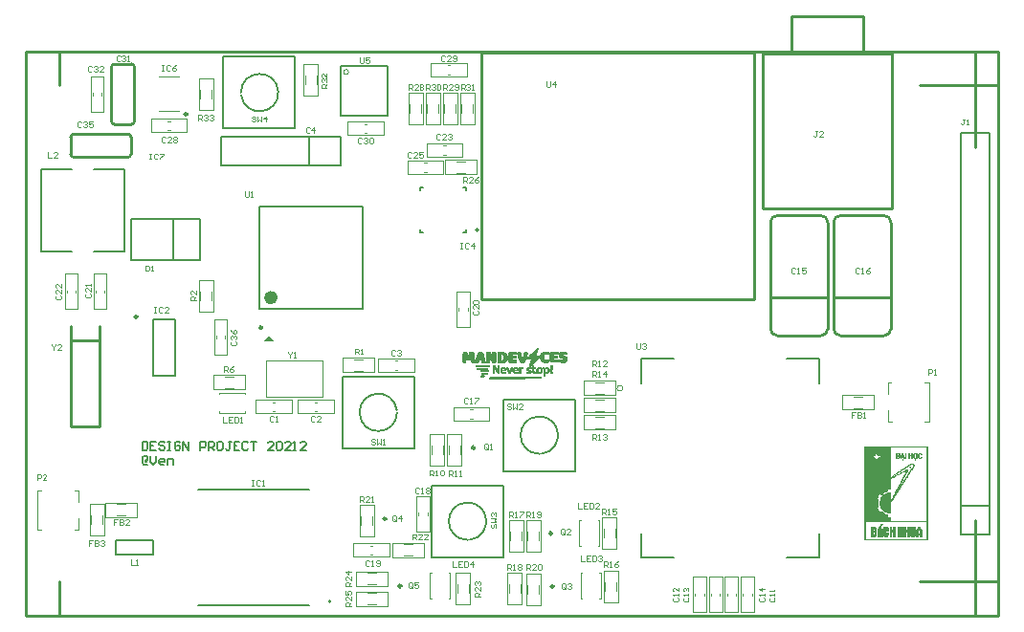
<source format=gto>
G04*
G04 #@! TF.GenerationSoftware,Altium Limited,Altium Designer,18.1.6 (161)*
G04*
G04 Layer_Color=65535*
%FSLAX25Y25*%
%MOIN*%
G70*
G01*
G75*
%ADD10C,0.01000*%
%ADD11C,0.00984*%
%ADD12C,0.02362*%
%ADD13C,0.00700*%
%ADD14C,0.00000*%
%ADD15C,0.00787*%
%ADD16C,0.00241*%
%ADD17C,0.00100*%
%ADD18C,0.00295*%
%ADD19C,0.00500*%
%ADD20C,0.00400*%
%ADD21C,0.00394*%
%ADD22C,0.00591*%
G36*
X749300Y369200D02*
X751300Y371200D01*
X753300Y369200D01*
X749300D01*
D02*
G37*
D10*
X703500Y445000D02*
G03*
X704500Y446000I0J1000D01*
G01*
X696500D02*
G03*
X697500Y445000I1000J0D01*
G01*
Y466000D02*
G03*
X696500Y465000I0J-1000D01*
G01*
X704500D02*
G03*
X703500Y466000I-1000J0D01*
G01*
X682299Y434500D02*
G03*
X683299Y433500I1000J0D01*
G01*
Y441500D02*
G03*
X682299Y440500I0J-1000D01*
G01*
X703299D02*
G03*
X702299Y441500I-1000J0D01*
G01*
Y433500D02*
G03*
X703299Y434500I0J1000D01*
G01*
X968000Y410700D02*
G03*
X965500Y413200I-2500J0D01*
G01*
X950500D02*
G03*
X948000Y410700I0J-2500D01*
G01*
X965500Y371200D02*
G03*
X968000Y373700I0J2500D01*
G01*
X948000D02*
G03*
X950500Y371200I2500J0D01*
G01*
X946000Y410700D02*
G03*
X943500Y413200I-2500J0D01*
G01*
X928500D02*
G03*
X926000Y410700I0J-2500D01*
G01*
X943500Y371200D02*
G03*
X946000Y373700I0J2500D01*
G01*
X926000D02*
G03*
X928500Y371200I2500J0D01*
G01*
X697500Y445000D02*
X703500D01*
X696500Y446000D02*
Y465000D01*
X704500Y446000D02*
Y465000D01*
X697500Y466000D02*
X703500D01*
X682299Y434500D02*
Y440500D01*
X683299Y441500D02*
X702299D01*
X683299Y433500D02*
X702299D01*
X703299Y434500D02*
Y440500D01*
X692500Y369500D02*
Y374500D01*
X682500Y369500D02*
X692500D01*
X682500D02*
Y374500D01*
X692500Y339500D02*
Y369500D01*
X682500Y339500D02*
X692500D01*
X682500D02*
Y369500D01*
X825500Y470000D02*
X920500D01*
X825500Y384000D02*
Y470000D01*
Y384000D02*
X920500D01*
Y470000D01*
X923500Y415500D02*
Y469500D01*
Y415500D02*
X968300D01*
X923500D02*
Y469500D01*
X968500Y415500D02*
Y469500D01*
Y415500D02*
Y469500D01*
X923500D02*
X968500D01*
X933500Y469700D02*
Y482500D01*
X958500Y469700D02*
Y482500D01*
X933500D02*
X958500D01*
X948000Y384700D02*
X968000D01*
Y373700D02*
Y410700D01*
X950500Y413200D02*
X965500D01*
X948000Y373700D02*
Y410700D01*
X950500Y371200D02*
X965500D01*
X926000Y384700D02*
X946000D01*
Y373700D02*
Y410700D01*
X928500Y413200D02*
X943500D01*
X926000Y373700D02*
Y410700D01*
X928500Y371200D02*
X943500D01*
X666661Y273689D02*
Y470425D01*
X678500Y458614D02*
Y470425D01*
Y273689D02*
Y285500D01*
X666661Y273689D02*
X1005244D01*
X666661Y470425D02*
X1005244D01*
X997370D02*
X1005244D01*
Y458614D02*
Y470425D01*
X997370Y273689D02*
X1005244D01*
Y285500D01*
Y458614D01*
X978000D02*
X1005244D01*
X978000Y285500D02*
X1005244D01*
X997370Y273689D02*
Y285500D01*
Y458614D02*
Y470425D01*
X978000Y458614D02*
X997370D01*
Y437000D02*
Y458614D01*
Y285393D02*
Y307008D01*
X978000Y285500D02*
X997370D01*
D11*
X722898Y448413D02*
G03*
X722898Y448413I-492J0D01*
G01*
X748972Y374091D02*
G03*
X748972Y374091I-492J0D01*
G01*
X705492Y377847D02*
G03*
X705492Y377847I-492J0D01*
G01*
X823000Y332200D02*
G03*
X823000Y332200I-492J0D01*
G01*
X850000Y302339D02*
G03*
X850000Y302339I-492J0D01*
G01*
X850500Y283839D02*
G03*
X850500Y283839I-492J0D01*
G01*
X792200Y307400D02*
G03*
X792200Y307400I-492J0D01*
G01*
X797500Y284000D02*
G03*
X797500Y284000I-492J0D01*
G01*
D12*
X753205Y384524D02*
G03*
X753205Y384524I-1181J0D01*
G01*
D13*
X741636Y455174D02*
G03*
X741583Y456000I6447J826D01*
G01*
X795864Y345326D02*
G03*
X795917Y344500I-6447J-826D01*
G01*
X846326Y330135D02*
G03*
X845500Y330083I-826J6447D01*
G01*
X821326Y300135D02*
G03*
X820500Y300083I-826J6447D01*
G01*
X735500Y443500D02*
X760500D01*
X735500D02*
Y468500D01*
X760500D01*
Y443500D02*
Y468500D01*
X777000Y357000D02*
X802000D01*
Y332000D02*
Y357000D01*
X777000Y332000D02*
X802000D01*
X777000D02*
Y357000D01*
X858000Y324000D02*
Y349000D01*
X833000Y324000D02*
X858000D01*
X833000D02*
Y349000D01*
X858000D01*
X833000Y294000D02*
Y319000D01*
X808000Y294000D02*
X833000D01*
X808000D02*
Y319000D01*
X833000D01*
D14*
X779081Y463193D02*
G03*
X779081Y463193I-880J0D01*
G01*
X874614Y352909D02*
G03*
X874614Y352909I-1000J0D01*
G01*
D15*
X824205Y408110D02*
G03*
X824205Y408110I-394J0D01*
G01*
X772866Y278610D02*
G03*
X772866Y278610I-394J0D01*
G01*
X672130Y400630D02*
X682563D01*
X690437D02*
X700870D01*
X672130Y429370D02*
X682563D01*
X690437D02*
X700870D01*
Y400630D02*
Y429370D01*
X672130Y400630D02*
Y429370D01*
X783913Y380587D02*
Y416413D01*
X748087D02*
X783913D01*
X748087Y380587D02*
Y416413D01*
Y380587D02*
X783913D01*
X734515Y430500D02*
Y440500D01*
X776484D01*
X734515Y430500D02*
X776484D01*
Y440500D01*
X765500Y430500D02*
Y440500D01*
X710906Y357157D02*
Y376842D01*
X718583Y357157D02*
Y376842D01*
X710906D02*
X718583D01*
X710906Y357157D02*
X718583D01*
X992370Y309500D02*
Y442000D01*
Y302000D02*
Y309500D01*
Y302000D02*
X1002370D01*
Y442000D01*
X992370D02*
X1002370D01*
X992370Y312000D02*
X1002370D01*
D16*
X967553Y313406D02*
X967794D01*
X969000Y316059D02*
X969241D01*
X969724Y317023D02*
X969965D01*
X969724Y316782D02*
X969965D01*
X969724Y317506D02*
X969965D01*
Y317988D02*
X970206D01*
Y318471D02*
X970447D01*
X970929Y318712D02*
X971171D01*
X971412Y319435D02*
X971653D01*
X971894Y320159D02*
X972135D01*
X971412Y320641D02*
X971653D01*
Y321124D02*
X971894D01*
Y321606D02*
X972135D01*
Y322088D02*
X972376D01*
Y322570D02*
X972618D01*
X973823Y322812D02*
X974065D01*
X976717Y329564D02*
X976959D01*
X976717Y329323D02*
X976959D01*
X975753Y329564D02*
X975994D01*
X975753Y329323D02*
X975994D01*
X971894Y328117D02*
X972135D01*
X971894Y327876D02*
X972135D01*
X971412Y329564D02*
X971653D01*
X974065Y329323D02*
X974306D01*
X973341Y324259D02*
X973582D01*
X974065Y323535D02*
X974306D01*
X974547Y324259D02*
X974788D01*
X975512Y325706D02*
X975753D01*
Y325947D02*
X975994D01*
X975753Y326188D02*
X975994D01*
X975753Y326429D02*
X975994D01*
X974547D02*
X974788D01*
X958630Y300141D02*
X980817D01*
X980335Y300383D02*
X980817D01*
X958630D02*
X958871D01*
X980335Y300624D02*
X980817D01*
X958630D02*
X958871D01*
X980335Y300865D02*
X980817D01*
X958630D02*
X958871D01*
X980335Y301106D02*
X980817D01*
X958630D02*
X958871D01*
X980335Y301347D02*
X980817D01*
X977923D02*
X978647D01*
X976717D02*
X977441D01*
X975029D02*
X975994D01*
X973582D02*
X974306D01*
X972376D02*
X973100D01*
X971412D02*
X972135D01*
X970206D02*
X970929D01*
X968518D02*
X969241D01*
X967553D02*
X968035D01*
X965623D02*
X966588D01*
X964418D02*
X964900D01*
X963212D02*
X963935D01*
X961041D02*
X962488D01*
X958630D02*
X958871D01*
X980335Y301588D02*
X980817D01*
X977923D02*
X978647D01*
X976717D02*
X977441D01*
X974788D02*
X976235D01*
X973582D02*
X974306D01*
X972376D02*
X973100D01*
X971412D02*
X972135D01*
X970206D02*
X970929D01*
X968518D02*
X969241D01*
X967553D02*
X968035D01*
X965382D02*
X966829D01*
X964418D02*
X964900D01*
X963212D02*
X963935D01*
X961041D02*
X962729D01*
X958630D02*
X958871D01*
X980335Y301830D02*
X980817D01*
X977923D02*
X978647D01*
X976717D02*
X977441D01*
X974547D02*
X976476D01*
X973582D02*
X974306D01*
X972376D02*
X973100D01*
X971412D02*
X972135D01*
X970206D02*
X970929D01*
X968518D02*
X969241D01*
X967553D02*
X968035D01*
X965382D02*
X967071D01*
X964418D02*
X964900D01*
X963212D02*
X963935D01*
X961041D02*
X962729D01*
X958630D02*
X958871D01*
X980335Y302071D02*
X980817D01*
X976717D02*
X978647D01*
X975753D02*
X976476D01*
X974547D02*
X975512D01*
X973582D02*
X974306D01*
X972376D02*
X973100D01*
X971171D02*
X972135D01*
X970206D02*
X970929D01*
X968518D02*
X969241D01*
X967553D02*
X968035D01*
X966347D02*
X967071D01*
X965141D02*
X965865D01*
X963212D02*
X964900D01*
X962247D02*
X962729D01*
X961041D02*
X961765D01*
X958630D02*
X958871D01*
X980335Y302312D02*
X980817D01*
X976717D02*
X978647D01*
X975753D02*
X976476D01*
X974547D02*
X975512D01*
X973582D02*
X974306D01*
X972376D02*
X973100D01*
X971171D02*
X971894D01*
X970206D02*
X970929D01*
X968518D02*
X969241D01*
X967553D02*
X968035D01*
X966347D02*
X967071D01*
X965141D02*
X965865D01*
X963212D02*
X964900D01*
X962247D02*
X962729D01*
X961041D02*
X961765D01*
X958630D02*
X958871D01*
X980335Y302553D02*
X980817D01*
X977923D02*
X978647D01*
X976717D02*
X977441D01*
X975753D02*
X976476D01*
X974547D02*
X975512D01*
X973582D02*
X974306D01*
X972376D02*
X973100D01*
X970206D02*
X971894D01*
X968518D02*
X969241D01*
X967553D02*
X968035D01*
X966347D02*
X967071D01*
X965141D02*
X965865D01*
X964418D02*
X964900D01*
X963212D02*
X963935D01*
X962247D02*
X962729D01*
X961041D02*
X961765D01*
X958630D02*
X958871D01*
X980335Y302794D02*
X980817D01*
X977923D02*
X978647D01*
X976717D02*
X977441D01*
X975753D02*
X976476D01*
X974547D02*
X975512D01*
X972376D02*
X974306D01*
X970206D02*
X971894D01*
X967553D02*
X969241D01*
X965141D02*
X965865D01*
X964418D02*
X964900D01*
X963212D02*
X963935D01*
X961041D02*
X962729D01*
X958630D02*
X958871D01*
X980335Y303035D02*
X980817D01*
X977923D02*
X978647D01*
X976717D02*
X977441D01*
X975753D02*
X976476D01*
X974547D02*
X975512D01*
X972376D02*
X974306D01*
X970206D02*
X971894D01*
X967553D02*
X969241D01*
X965141D02*
X965865D01*
X964418D02*
X964900D01*
X963212D02*
X963935D01*
X961041D02*
X962729D01*
X958630D02*
X958871D01*
X980335Y303277D02*
X980817D01*
X977923D02*
X978647D01*
X976717D02*
X977441D01*
X975753D02*
X976476D01*
X974547D02*
X975512D01*
X972376D02*
X974306D01*
X970206D02*
X971894D01*
X967553D02*
X969241D01*
X966347D02*
X967071D01*
X965141D02*
X965865D01*
X964418D02*
X964900D01*
X963212D02*
X963935D01*
X961041D02*
X962729D01*
X958630D02*
X958871D01*
X980335Y303518D02*
X980817D01*
X976717D02*
X978647D01*
X975753D02*
X976476D01*
X974547D02*
X975512D01*
X972376D02*
X974306D01*
X970206D02*
X971894D01*
X967553D02*
X969241D01*
X966347D02*
X967071D01*
X965141D02*
X965865D01*
X963212D02*
X964900D01*
X962247D02*
X962729D01*
X961041D02*
X961765D01*
X958630D02*
X958871D01*
X980335Y303759D02*
X980817D01*
X976959D02*
X978406D01*
X975753D02*
X976476D01*
X974547D02*
X975512D01*
X973582D02*
X974306D01*
X972376D02*
X973100D01*
X971171D02*
X971894D01*
X970206D02*
X970929D01*
X968518D02*
X969241D01*
X967553D02*
X968035D01*
X966347D02*
X967071D01*
X965141D02*
X965865D01*
X963453D02*
X964659D01*
X962247D02*
X962729D01*
X961041D02*
X961765D01*
X958630D02*
X958871D01*
X980335Y304000D02*
X980817D01*
X977079D02*
X978285D01*
X975753D02*
X976476D01*
X974547D02*
X975512D01*
X973582D02*
X974306D01*
X972376D02*
X973100D01*
X971412D02*
X972135D01*
X970206D02*
X970929D01*
X968518D02*
X969241D01*
X967553D02*
X968035D01*
X966347D02*
X967071D01*
X965141D02*
X965865D01*
X963453D02*
X964659D01*
X962006D02*
X962729D01*
X961041D02*
X961765D01*
X958630D02*
X958871D01*
X980335Y304241D02*
X980817D01*
X977200D02*
X978164D01*
X974788D02*
X976476D01*
X973582D02*
X974306D01*
X972376D02*
X973100D01*
X971653D02*
X972135D01*
X970206D02*
X971171D01*
X968518D02*
X969241D01*
X967553D02*
X968035D01*
X965382D02*
X967071D01*
X963694D02*
X964418D01*
X961041D02*
X962729D01*
X958630D02*
X958871D01*
X980335Y304483D02*
X980817D01*
X977441D02*
X977923D01*
X974788D02*
X976235D01*
X973582D02*
X974306D01*
X972376D02*
X973100D01*
X971653D02*
X972135D01*
X970206D02*
X971171D01*
X968518D02*
X969241D01*
X967553D02*
X968035D01*
X965382D02*
X966829D01*
X963694D02*
X964418D01*
X961041D02*
X962488D01*
X958630D02*
X958871D01*
X980335Y304724D02*
X980817D01*
X963935Y304965D02*
X964418D01*
X958630Y304724D02*
X958871D01*
X980335Y304965D02*
X980817D01*
X964176Y305206D02*
X964659D01*
X958630Y304965D02*
X958871D01*
X980335Y305206D02*
X980817D01*
X964418Y305447D02*
X964900D01*
X958630Y305206D02*
X958871D01*
X980335Y305447D02*
X980817D01*
X958630D02*
X958871D01*
X980335Y305688D02*
X980817D01*
X958630D02*
X958871D01*
X980335Y305930D02*
X980817D01*
X958630D02*
X958871D01*
X980335Y306171D02*
X980817D01*
X958630D02*
X958871D01*
X980335Y306412D02*
X980817D01*
X958630D02*
X958871D01*
X967553Y306653D02*
X980817D01*
X958630D02*
X967553D01*
X980335Y306894D02*
X980817D01*
X958630D02*
X967553D01*
X980335Y307135D02*
X980817D01*
X958630D02*
X967553D01*
X980335Y307377D02*
X980817D01*
X958630D02*
X967553D01*
X980335Y307618D02*
X980817D01*
X958630D02*
X967553D01*
X980335Y307859D02*
X980817D01*
X958630D02*
X967553D01*
X980335Y308100D02*
X980817D01*
X958630D02*
X967553D01*
X980335Y308341D02*
X980817D01*
X958630D02*
X966829D01*
X980335Y308582D02*
X980817D01*
X958630D02*
X966829D01*
X980335Y308824D02*
X980817D01*
X958630D02*
X966829D01*
X980335Y309065D02*
X980817D01*
X958630D02*
X966347D01*
X980335Y309306D02*
X980817D01*
X958630D02*
X965623D01*
X980335Y309547D02*
X980817D01*
X966588D02*
X967553D01*
X958630D02*
X965382D01*
X980335Y309788D02*
X980817D01*
X965865D02*
X967553D01*
X958630D02*
X964900D01*
X980335Y310030D02*
X980817D01*
X965623D02*
X967553D01*
X964176D02*
X964659D01*
X958630D02*
X963694D01*
X980335Y310271D02*
X980817D01*
X965382D02*
X967553D01*
X958630D02*
X963694D01*
X980335Y310512D02*
X980817D01*
X964900D02*
X967553D01*
X958630D02*
X963453D01*
X980335Y310753D02*
X980817D01*
X964900D02*
X967553D01*
X958630D02*
X963453D01*
X980335Y310994D02*
X980817D01*
X964659D02*
X967553D01*
X958630D02*
X963212D01*
X980335Y311235D02*
X980817D01*
X964418D02*
X967553D01*
X958630D02*
X962971D01*
X980335Y311476D02*
X980817D01*
X964418D02*
X967553D01*
X958630D02*
X962971D01*
X980335Y311718D02*
X980817D01*
X964176D02*
X967553D01*
X958630D02*
X963453D01*
X980335Y311959D02*
X980817D01*
X964176D02*
X967553D01*
X958630D02*
X963453D01*
X980335Y312200D02*
X980817D01*
X964176D02*
X967553D01*
X958630D02*
X963453D01*
X980335Y312441D02*
X980817D01*
X963935D02*
X967553D01*
X958630D02*
X963453D01*
X980335Y312682D02*
X980817D01*
X963935D02*
X967553D01*
X958630D02*
X963453D01*
X980335Y312924D02*
X980817D01*
X963935D02*
X967553D01*
X958630D02*
X963453D01*
X980335Y313165D02*
X980817D01*
X963935D02*
X967794D01*
X958630D02*
X963453D01*
X980335Y313406D02*
X980817D01*
X963935D02*
X967553D01*
X958630D02*
X963453D01*
X980335Y313647D02*
X980817D01*
X967794D02*
X968035D01*
X963935D02*
X967553D01*
X958630D02*
X963453D01*
X980335Y313888D02*
X980817D01*
X968035D02*
X968276D01*
X964176D02*
X967553D01*
X958630D02*
X963453D01*
X980335Y314129D02*
X980817D01*
X968035D02*
X968276D01*
X964176D02*
X967553D01*
X958630D02*
X963453D01*
X980335Y314371D02*
X980817D01*
X968276D02*
X968518D01*
X964176D02*
X967553D01*
X958630D02*
X963212D01*
X980335Y314612D02*
X980817D01*
X968276D02*
X968759D01*
X964418D02*
X967553D01*
X958630D02*
X962971D01*
X980335Y314853D02*
X980817D01*
X968518D02*
X968759D01*
X964418D02*
X967553D01*
X958630D02*
X963212D01*
X980335Y315094D02*
X980817D01*
X968518D02*
X969000D01*
X964659D02*
X967553D01*
X958630D02*
X963212D01*
X980335Y315335D02*
X980817D01*
X968759D02*
X969000D01*
X964659D02*
X967553D01*
X958630D02*
X963453D01*
X980335Y315577D02*
X980817D01*
X968759D02*
X969241D01*
X964900D02*
X967553D01*
X958630D02*
X963453D01*
X980335Y315818D02*
X980817D01*
X969000D02*
X969482D01*
X965141D02*
X967553D01*
X958630D02*
X963694D01*
X980335Y316059D02*
X980817D01*
X969482D02*
X969724D01*
X965623D02*
X967553D01*
X964176D02*
X964659D01*
X958630D02*
X963694D01*
X980335Y316300D02*
X980817D01*
X969241D02*
X969724D01*
X966106D02*
X967553D01*
X958630D02*
X964900D01*
X980335Y316541D02*
X980817D01*
X969724D02*
X969965D01*
X969241D02*
X969482D01*
X966829D02*
X967553D01*
X958630D02*
X965382D01*
X980335Y316782D02*
X980817D01*
X969482D02*
X969724D01*
X958630D02*
X965623D01*
X980335Y317023D02*
X980817D01*
X969965D02*
X970206D01*
X958630D02*
X966347D01*
X980335Y317265D02*
X980817D01*
X970206D02*
X970447D01*
X969724D02*
X969965D01*
X958630D02*
X966588D01*
X980335Y317506D02*
X980817D01*
X970206D02*
X970447D01*
X958630D02*
X966588D01*
X980335Y317747D02*
X980817D01*
X970447D02*
X970688D01*
X969965D02*
X970206D01*
X958630D02*
X966588D01*
X980335Y317988D02*
X980817D01*
X970688D02*
X970929D01*
X958630D02*
X967553D01*
X980335Y318229D02*
X980817D01*
X970688D02*
X970929D01*
X970206D02*
X970447D01*
X958630D02*
X967553D01*
X980335Y318471D02*
X980817D01*
X970929D02*
X971171D01*
X958630D02*
X967553D01*
X980335Y318712D02*
X980817D01*
X970447D02*
X970688D01*
X958630D02*
X967553D01*
X980335Y318953D02*
X980817D01*
X971171D02*
X971412D01*
X970688D02*
X970929D01*
X958630D02*
X967553D01*
X980335Y319194D02*
X980817D01*
X971412D02*
X971653D01*
X970688D02*
X970929D01*
X958630D02*
X967553D01*
X980335Y319435D02*
X980817D01*
X970929D02*
X971171D01*
X958630D02*
X967553D01*
X980335Y319676D02*
X980817D01*
X971653D02*
X971894D01*
X970929D02*
X971171D01*
X958630D02*
X967553D01*
X980335Y319918D02*
X980817D01*
X971894D02*
X972135D01*
X971171D02*
X971412D01*
X958630D02*
X967553D01*
X980335Y320159D02*
X980817D01*
X971171D02*
X971412D01*
X958630D02*
X967553D01*
X980335Y320400D02*
X980817D01*
X972135D02*
X972376D01*
X971412D02*
X971653D01*
X958630D02*
X967553D01*
X980335Y320641D02*
X980817D01*
X972376D02*
X972618D01*
X958630D02*
X967553D01*
X980335Y320882D02*
X980817D01*
X972376D02*
X972618D01*
X971653D02*
X971894D01*
X958630D02*
X967553D01*
X980335Y321124D02*
X980817D01*
X972618D02*
X972859D01*
X958630D02*
X967553D01*
X980335Y321365D02*
X980817D01*
X972859D02*
X973100D01*
X971894D02*
X972135D01*
X967312D02*
X967553D01*
X958630D02*
X966829D01*
X980335Y321606D02*
X980817D01*
X972859D02*
X973100D01*
X967794D02*
X968035D01*
X958630D02*
X967312D01*
X980335Y321847D02*
X980817D01*
X973100D02*
X973341D01*
X972135D02*
X972376D01*
X968035D02*
X968518D01*
X958630D02*
X967794D01*
X980335Y322088D02*
X980817D01*
X973341D02*
X973582D01*
X968518D02*
X969000D01*
X967794D02*
X968035D01*
X958630D02*
X967553D01*
X980335Y322329D02*
X980817D01*
X973341D02*
X973582D01*
X972376D02*
X972618D01*
X969000D02*
X969482D01*
X968276D02*
X968518D01*
X958630D02*
X967553D01*
X980335Y322570D02*
X980817D01*
X973582D02*
X973823D01*
X969482D02*
X969724D01*
X968518D02*
X968759D01*
X958630D02*
X967553D01*
X980335Y322812D02*
X980817D01*
X972618D02*
X972859D01*
X969965D02*
X970206D01*
X969000D02*
X969241D01*
X958630D02*
X967553D01*
X980335Y323053D02*
X980817D01*
X973823D02*
X974065D01*
X972859D02*
X973100D01*
X970447D02*
X970688D01*
X969241D02*
X969482D01*
X958630D02*
X967553D01*
X980335Y323294D02*
X980817D01*
X974065D02*
X974306D01*
X972859D02*
X973100D01*
X970929D02*
X971171D01*
X969724D02*
X969965D01*
X958630D02*
X967553D01*
X980335Y323535D02*
X980817D01*
X973100D02*
X973341D01*
X971412D02*
X971653D01*
X969965D02*
X970447D01*
X958630D02*
X967553D01*
X980335Y323776D02*
X980817D01*
X974306D02*
X974547D01*
X973100D02*
X973341D01*
X971894D02*
X972135D01*
X970447D02*
X970688D01*
X958630D02*
X967553D01*
X980335Y324018D02*
X980817D01*
X974547D02*
X974788D01*
X973341D02*
X973582D01*
X972135D02*
X972618D01*
X970688D02*
X971171D01*
X958630D02*
X967553D01*
X980335Y324259D02*
X980817D01*
X972618D02*
X973100D01*
X971171D02*
X971412D01*
X958630D02*
X967553D01*
X980335Y324500D02*
X980817D01*
X974788D02*
X975029D01*
X973100D02*
X973823D01*
X971412D02*
X971894D01*
X958630D02*
X967553D01*
X980335Y324741D02*
X980817D01*
X975029D02*
X975270D01*
X971894D02*
X972135D01*
X958630D02*
X967553D01*
X980335Y324982D02*
X980817D01*
X975029D02*
X975270D01*
X972135D02*
X972618D01*
X958630D02*
X967553D01*
X980335Y325223D02*
X980817D01*
X975270D02*
X975512D01*
X974547D02*
X974788D01*
X972618D02*
X972859D01*
X958630D02*
X967553D01*
X980335Y325465D02*
X980817D01*
X975512D02*
X975753D01*
X974306D02*
X974547D01*
X973100D02*
X973341D01*
X958630D02*
X967553D01*
X980335Y325706D02*
X980817D01*
X973341D02*
X973582D01*
X958630D02*
X967553D01*
X980335Y325947D02*
X980817D01*
X973823D02*
X974065D01*
X958630D02*
X967553D01*
X980335Y326188D02*
X980817D01*
X974065D02*
X974306D01*
X958630D02*
X967553D01*
X980335Y326429D02*
X980817D01*
X975512D02*
X975753D01*
X974306D02*
X974547D01*
X958630D02*
X967553D01*
X980335Y326670D02*
X980817D01*
X974788D02*
X975512D01*
X958630D02*
X967553D01*
X980335Y326912D02*
X980817D01*
X958630D02*
X967553D01*
X980335Y327153D02*
X980817D01*
X958630D02*
X967553D01*
X980335Y327394D02*
X980817D01*
X958630D02*
X967553D01*
X980335Y327635D02*
X980817D01*
X958630D02*
X967553D01*
X980335Y327876D02*
X980817D01*
X976235D02*
X976476D01*
X963694D02*
X967553D01*
X958630D02*
X963694D01*
X980335Y328117D02*
X980817D01*
X976235D02*
X976476D01*
X963935D02*
X967553D01*
X962488D02*
X963212D01*
X958630D02*
X961765D01*
X980335Y328359D02*
X980817D01*
X963694D02*
X967553D01*
X962729D02*
X962971D01*
X958630D02*
X962006D01*
X980335Y328600D02*
X980817D01*
X977682D02*
X978406D01*
X975994D02*
X976959D01*
X975029D02*
X975270D01*
X974065D02*
X974306D01*
X972859D02*
X973100D01*
X972376D02*
X972618D01*
X971171D02*
X971412D01*
X969724D02*
X970688D01*
X963453D02*
X967553D01*
X958630D02*
X962247D01*
X980335Y328841D02*
X980817D01*
X978406D02*
X978647D01*
X977441D02*
X977682D01*
X976717D02*
X976959D01*
X975753D02*
X975994D01*
X975029D02*
X975270D01*
X974065D02*
X974306D01*
X972859D02*
X973100D01*
X972376D02*
X972618D01*
X971171D02*
X971653D01*
X970688D02*
X970929D01*
X969724D02*
X969965D01*
X963694D02*
X967553D01*
X958630D02*
X962006D01*
X980335Y329082D02*
X980817D01*
X977441D02*
X977682D01*
X976717D02*
X976959D01*
X975753D02*
X975994D01*
X975029D02*
X975270D01*
X974065D02*
X974306D01*
X972859D02*
X973100D01*
X971412D02*
X972376D01*
X970688D02*
X970929D01*
X969724D02*
X969965D01*
X963935D02*
X967553D01*
X958630D02*
X961765D01*
X980335Y329323D02*
X980817D01*
X977441D02*
X977682D01*
X975029D02*
X975270D01*
X972859D02*
X973100D01*
X972135D02*
X972376D01*
X971412D02*
X971653D01*
X970688D02*
X970929D01*
X969724D02*
X970206D01*
X964176D02*
X967553D01*
X958630D02*
X961524D01*
X980335Y329564D02*
X980817D01*
X977441D02*
X977682D01*
X974065D02*
X975270D01*
X972859D02*
X973100D01*
X972135D02*
X972376D01*
X970688D02*
X970929D01*
X969724D02*
X970206D01*
X963212D02*
X967553D01*
X958630D02*
X962247D01*
X980335Y329806D02*
X980817D01*
X977441D02*
X977682D01*
X976717D02*
X976959D01*
X975753D02*
X975994D01*
X975029D02*
X975270D01*
X974065D02*
X974306D01*
X972859D02*
X973100D01*
X971653D02*
X972135D01*
X970688D02*
X970929D01*
X969724D02*
X969965D01*
X962971D02*
X967553D01*
X958630D02*
X962488D01*
X980335Y330047D02*
X980817D01*
X978406D02*
X978647D01*
X977441D02*
X977682D01*
X976717D02*
X976959D01*
X975753D02*
X975994D01*
X975029D02*
X975270D01*
X974065D02*
X974306D01*
X972859D02*
X973100D01*
X971653D02*
X972135D01*
X970688D02*
X970929D01*
X969724D02*
X969965D01*
X962971D02*
X967553D01*
X958630D02*
X962488D01*
X980335Y330288D02*
X980817D01*
X977682D02*
X978406D01*
X975994D02*
X976959D01*
X975029D02*
X975270D01*
X974065D02*
X974306D01*
X972859D02*
X973100D01*
X971653D02*
X972135D01*
X969724D02*
X970929D01*
X958630D02*
X967553D01*
X980335Y330529D02*
X980817D01*
X958630D02*
X967553D01*
X980335Y330770D02*
X980817D01*
X958630D02*
X967553D01*
X980335Y331012D02*
X980817D01*
X958630D02*
X967553D01*
X980335Y331253D02*
X980817D01*
X958630D02*
X967553D01*
X980335Y331494D02*
X980817D01*
X958630D02*
X967553D01*
X980335Y331735D02*
X980817D01*
X958630D02*
X967553D01*
X980335Y331976D02*
X980817D01*
X958630D02*
X967553D01*
X980335Y332217D02*
X980817D01*
X958630D02*
X967553D01*
X958630Y332459D02*
X980817D01*
X958630Y332700D02*
X980817D01*
D17*
X835550Y360100D02*
X835950D01*
X844650Y366900D02*
X844950D01*
X844550Y366800D02*
X844950D01*
X844450Y366700D02*
X844850D01*
X844350Y366600D02*
X844850D01*
X844250Y366500D02*
X844850D01*
X844150Y366400D02*
X844750D01*
X844050Y366300D02*
X844750D01*
X843950Y366200D02*
X844750D01*
X843850Y366100D02*
X844750D01*
X843750Y366000D02*
X844650D01*
X843650Y365900D02*
X844650D01*
X843550Y365800D02*
X844650D01*
X843450Y365700D02*
X844550D01*
X846950D02*
X848250D01*
X853150D02*
X854250D01*
X819050Y365600D02*
X819950D01*
X821350D02*
X822250D01*
X827250D02*
X828050D01*
X829250D02*
X830050D01*
X831550D02*
X832850D01*
X843350D02*
X844550D01*
X846650D02*
X848450D01*
X849450D02*
X851750D01*
X852850D02*
X854550D01*
X818950Y365500D02*
X820150D01*
X821150D02*
X822450D01*
X824250D02*
X825350D01*
X827050D02*
X828250D01*
X829150D02*
X830150D01*
X831150D02*
X833150D01*
X835050D02*
X837350D01*
X837950D02*
X838650D01*
X840250D02*
X841050D01*
X843250D02*
X844550D01*
X846550D02*
X848550D01*
X849350D02*
X851850D01*
X852650D02*
X854750D01*
X818850Y365400D02*
X820250D01*
X821150D02*
X822550D01*
X824050D02*
X825550D01*
X826950D02*
X828350D01*
X829150D02*
X830250D01*
X830950D02*
X833450D01*
X834950D02*
X837450D01*
X837750D02*
X838750D01*
X840150D02*
X841150D01*
X843150D02*
X844450D01*
X846350D02*
X848650D01*
X849250D02*
X851850D01*
X852550D02*
X854850D01*
X818850Y365300D02*
X820250D01*
X821150D02*
X822550D01*
X824050D02*
X825650D01*
X826950D02*
X828450D01*
X829150D02*
X830250D01*
X830950D02*
X833550D01*
X834850D02*
X837450D01*
X837650D02*
X838850D01*
X840050D02*
X841250D01*
X842950D02*
X844450D01*
X846250D02*
X848750D01*
X849150D02*
X851850D01*
X852450D02*
X854850D01*
X818850Y365200D02*
X820350D01*
X821050D02*
X822550D01*
X823950D02*
X825650D01*
X826950D02*
X828450D01*
X829150D02*
X830250D01*
X830950D02*
X833750D01*
X834750D02*
X837450D01*
X837750D02*
X838850D01*
X840050D02*
X841250D01*
X842850D02*
X844450D01*
X846150D02*
X848750D01*
X849150D02*
X851850D01*
X852350D02*
X854950D01*
X818750Y365100D02*
X820350D01*
X821050D02*
X822550D01*
X823950D02*
X825750D01*
X826950D02*
X828550D01*
X829150D02*
X830250D01*
X830950D02*
X833850D01*
X834750D02*
X837450D01*
X837750D02*
X838950D01*
X840050D02*
X841250D01*
X842750D02*
X844450D01*
X846050D02*
X848750D01*
X849150D02*
X851850D01*
X852350D02*
X854950D01*
X818750Y365000D02*
X820350D01*
X821050D02*
X822550D01*
X823950D02*
X825750D01*
X826950D02*
X828550D01*
X829150D02*
X830250D01*
X830950D02*
X833950D01*
X834750D02*
X837450D01*
X837750D02*
X838950D01*
X840050D02*
X841250D01*
X842650D02*
X844350D01*
X845950D02*
X848750D01*
X849150D02*
X851750D01*
X852250D02*
X854950D01*
X818750Y364900D02*
X820450D01*
X820950D02*
X822550D01*
X823850D02*
X825750D01*
X826950D02*
X828550D01*
X829150D02*
X830250D01*
X830950D02*
X833950D01*
X834750D02*
X837350D01*
X837750D02*
X838950D01*
X839950D02*
X841250D01*
X842550D02*
X844350D01*
X845950D02*
X847450D01*
X848050D02*
X848650D01*
X849150D02*
X851650D01*
X852250D02*
X853650D01*
X818750Y364800D02*
X820450D01*
X820950D02*
X822550D01*
X823850D02*
X825850D01*
X826950D02*
X828650D01*
X829150D02*
X830250D01*
X830950D02*
X832050D01*
X832450D02*
X834050D01*
X834750D02*
X837250D01*
X839950D02*
X841150D01*
X842450D02*
X844350D01*
X845850D02*
X847250D01*
X848250D02*
X848550D01*
X849150D02*
X850250D01*
X852250D02*
X853450D01*
X818750Y364700D02*
X820450D01*
X820950D02*
X822650D01*
X823850D02*
X825850D01*
X826950D02*
X828650D01*
X829150D02*
X830250D01*
X830950D02*
X832050D01*
X832750D02*
X834150D01*
X834750D02*
X835850D01*
X839950D02*
X841150D01*
X842350D02*
X844250D01*
X845850D02*
X847050D01*
X849150D02*
X850250D01*
X852250D02*
X853350D01*
X818750Y364600D02*
X820550D01*
X820950D02*
X822650D01*
X823750D02*
X825850D01*
X826950D02*
X828750D01*
X829150D02*
X830250D01*
X830950D02*
X832050D01*
X832850D02*
X834150D01*
X834750D02*
X835850D01*
X837850D02*
X839050D01*
X839950D02*
X841150D01*
X842250D02*
X844250D01*
X845850D02*
X847050D01*
X849150D02*
X850250D01*
X852250D02*
X853450D01*
X818750Y364500D02*
X820550D01*
X820850D02*
X822650D01*
X823750D02*
X825950D01*
X826950D02*
X828750D01*
X829150D02*
X830250D01*
X830950D02*
X832050D01*
X832950D02*
X834150D01*
X834750D02*
X835850D01*
X837950D02*
X839050D01*
X839850D02*
X841150D01*
X842150D02*
X844250D01*
X845750D02*
X846950D01*
X849150D02*
X850250D01*
X852250D02*
X853550D01*
X818750Y364400D02*
X820550D01*
X820850D02*
X822650D01*
X823750D02*
X824750D01*
X824850D02*
X825950D01*
X826950D02*
X828850D01*
X829150D02*
X830250D01*
X830950D02*
X832050D01*
X833050D02*
X834250D01*
X834750D02*
X835850D01*
X837950D02*
X839150D01*
X839850D02*
X841050D01*
X842050D02*
X844150D01*
X845750D02*
X846950D01*
X849150D02*
X850250D01*
X852250D02*
X853850D01*
X818750Y364300D02*
X820650D01*
X820850D02*
X822650D01*
X823650D02*
X824750D01*
X824850D02*
X825950D01*
X826950D02*
X828850D01*
X829150D02*
X830250D01*
X830950D02*
X832050D01*
X833050D02*
X834250D01*
X834750D02*
X835850D01*
X837950D02*
X839150D01*
X839850D02*
X841050D01*
X841950D02*
X844150D01*
X845750D02*
X846850D01*
X849150D02*
X851650D01*
X852250D02*
X854150D01*
X818750Y364200D02*
X820650D01*
X820750D02*
X822650D01*
X823650D02*
X824750D01*
X824950D02*
X826050D01*
X826950D02*
X828950D01*
X829150D02*
X830250D01*
X830950D02*
X832050D01*
X833050D02*
X834250D01*
X834750D02*
X837250D01*
X838050D02*
X839150D01*
X839850D02*
X841050D01*
X841850D02*
X845650D01*
X845750D02*
X846850D01*
X849150D02*
X851650D01*
X852250D02*
X854350D01*
X818750Y364100D02*
X820650D01*
X820750D02*
X822650D01*
X823650D02*
X824650D01*
X824950D02*
X826050D01*
X826950D02*
X828950D01*
X829150D02*
X830250D01*
X830950D02*
X832050D01*
X833150D02*
X834250D01*
X834750D02*
X837250D01*
X838050D02*
X839150D01*
X839750D02*
X840950D01*
X841750D02*
X845650D01*
X845750D02*
X846850D01*
X849150D02*
X851650D01*
X852350D02*
X854550D01*
X818750Y364000D02*
X821550D01*
X821650D02*
X822650D01*
X823550D02*
X824650D01*
X824950D02*
X826050D01*
X826950D02*
X829050D01*
X829150D02*
X830250D01*
X830950D02*
X832050D01*
X833150D02*
X834250D01*
X834750D02*
X837250D01*
X838050D02*
X839250D01*
X839750D02*
X840950D01*
X841650D02*
X846850D01*
X849150D02*
X851650D01*
X852450D02*
X854750D01*
X818750Y363900D02*
X819750D01*
X819850D02*
X821550D01*
X821650D02*
X822650D01*
X823550D02*
X824650D01*
X825050D02*
X826050D01*
X826950D02*
X828050D01*
X828150D02*
X829050D01*
X829150D02*
X830250D01*
X830950D02*
X832050D01*
X833150D02*
X834250D01*
X834750D02*
X837250D01*
X838150D02*
X839250D01*
X839750D02*
X840950D01*
X841550D02*
X845550D01*
X845650D02*
X846850D01*
X849150D02*
X851650D01*
X852550D02*
X854850D01*
X818750Y363800D02*
X819750D01*
X819950D02*
X821550D01*
X821650D02*
X822650D01*
X823550D02*
X824550D01*
X825050D02*
X826150D01*
X826950D02*
X828050D01*
X828150D02*
X830250D01*
X830950D02*
X832050D01*
X833150D02*
X834350D01*
X834750D02*
X837250D01*
X838150D02*
X839250D01*
X839750D02*
X840850D01*
X841450D02*
X845450D01*
X845650D02*
X846850D01*
X849150D02*
X851650D01*
X852650D02*
X854950D01*
X818750Y363700D02*
X819750D01*
X819950D02*
X821450D01*
X821650D02*
X822650D01*
X823450D02*
X824550D01*
X825050D02*
X826150D01*
X826950D02*
X828050D01*
X828150D02*
X830250D01*
X830950D02*
X832050D01*
X833150D02*
X834250D01*
X834750D02*
X837250D01*
X838150D02*
X839350D01*
X839650D02*
X840850D01*
X841350D02*
X845350D01*
X845750D02*
X846850D01*
X849150D02*
X851650D01*
X852750D02*
X854950D01*
X818750Y363600D02*
X819750D01*
X819950D02*
X821450D01*
X821650D02*
X822750D01*
X823450D02*
X824550D01*
X825050D02*
X826150D01*
X826950D02*
X828050D01*
X828250D02*
X830250D01*
X830950D02*
X832050D01*
X833150D02*
X834250D01*
X834750D02*
X837250D01*
X838250D02*
X839350D01*
X839650D02*
X840850D01*
X841250D02*
X845250D01*
X845750D02*
X846850D01*
X849150D02*
X851550D01*
X853050D02*
X855050D01*
X818750Y363500D02*
X819750D01*
X820050D02*
X821450D01*
X821650D02*
X822750D01*
X823450D02*
X826250D01*
X826950D02*
X828050D01*
X828250D02*
X830250D01*
X830950D02*
X832050D01*
X833150D02*
X834250D01*
X834750D02*
X837150D01*
X838250D02*
X839350D01*
X839650D02*
X840750D01*
X841150D02*
X845150D01*
X845750D02*
X846950D01*
X849150D02*
X850250D01*
X853250D02*
X855050D01*
X818650Y363400D02*
X819750D01*
X820050D02*
X821350D01*
X821650D02*
X822750D01*
X823350D02*
X826250D01*
X826950D02*
X828050D01*
X828350D02*
X830250D01*
X830950D02*
X832050D01*
X833150D02*
X834250D01*
X834750D02*
X835850D01*
X838250D02*
X839450D01*
X839550D02*
X840750D01*
X841150D02*
X845050D01*
X845750D02*
X846950D01*
X849150D02*
X850250D01*
X853550D02*
X855050D01*
X818650Y363300D02*
X819750D01*
X820050D02*
X821350D01*
X821650D02*
X822750D01*
X823350D02*
X826250D01*
X826950D02*
X828050D01*
X828350D02*
X830250D01*
X830950D02*
X832050D01*
X833050D02*
X834250D01*
X834750D02*
X835850D01*
X838350D02*
X839450D01*
X839550D02*
X840750D01*
X841150D02*
X844950D01*
X845750D02*
X846950D01*
X849150D02*
X850250D01*
X853850D02*
X855150D01*
X818650Y363200D02*
X819750D01*
X820150D02*
X821350D01*
X821650D02*
X822750D01*
X823350D02*
X826250D01*
X826950D02*
X828050D01*
X828450D02*
X830250D01*
X830950D02*
X832050D01*
X833050D02*
X834250D01*
X834750D02*
X835850D01*
X838350D02*
X839450D01*
X839550D02*
X840650D01*
X842650D02*
X844850D01*
X845750D02*
X847050D01*
X849150D02*
X850250D01*
X853950D02*
X855150D01*
X818650Y363100D02*
X819750D01*
X820150D02*
X821350D01*
X821650D02*
X822750D01*
X823250D02*
X826350D01*
X826950D02*
X828050D01*
X828450D02*
X830250D01*
X830950D02*
X832050D01*
X832950D02*
X834250D01*
X834750D02*
X835850D01*
X838450D02*
X840650D01*
X842650D02*
X844750D01*
X845850D02*
X847150D01*
X849150D02*
X850250D01*
X852450D02*
X852750D01*
X853950D02*
X855150D01*
X818650Y363000D02*
X819750D01*
X820150D02*
X821250D01*
X821650D02*
X822750D01*
X823250D02*
X826350D01*
X826950D02*
X828050D01*
X828550D02*
X830250D01*
X830950D02*
X832050D01*
X832950D02*
X834150D01*
X834750D02*
X835850D01*
X838450D02*
X840550D01*
X842550D02*
X844650D01*
X845850D02*
X847250D01*
X848350D02*
X848550D01*
X849150D02*
X850250D01*
X852350D02*
X852850D01*
X853950D02*
X855150D01*
X818650Y362900D02*
X819750D01*
X820250D02*
X821150D01*
X821650D02*
X822750D01*
X823250D02*
X826350D01*
X826950D02*
X828050D01*
X828550D02*
X830250D01*
X830950D02*
X832050D01*
X832850D02*
X834150D01*
X834750D02*
X835850D01*
X838450D02*
X840550D01*
X842550D02*
X844550D01*
X845950D02*
X847450D01*
X848150D02*
X848650D01*
X849150D02*
X851750D01*
X852250D02*
X853150D01*
X853850D02*
X855050D01*
X818650Y362800D02*
X819750D01*
X820550D02*
X820850D01*
X821650D02*
X822750D01*
X823150D02*
X826450D01*
X826950D02*
X828050D01*
X828650D02*
X830250D01*
X830950D02*
X832050D01*
X832650D02*
X834050D01*
X834750D02*
X837350D01*
X838550D02*
X840550D01*
X842550D02*
X844450D01*
X845950D02*
X848750D01*
X849150D02*
X851850D01*
X852250D02*
X855050D01*
X818650Y362700D02*
X819750D01*
X821650D02*
X822750D01*
X823150D02*
X824350D01*
X825250D02*
X826450D01*
X826950D02*
X828050D01*
X828650D02*
X830250D01*
X830950D02*
X834050D01*
X834750D02*
X837450D01*
X838550D02*
X840450D01*
X842450D02*
X844350D01*
X846050D02*
X848750D01*
X849150D02*
X851850D01*
X852250D02*
X855050D01*
X818650Y362600D02*
X819750D01*
X821650D02*
X822750D01*
X823150D02*
X824350D01*
X825350D02*
X826450D01*
X826950D02*
X828050D01*
X828750D02*
X830250D01*
X830950D02*
X833950D01*
X834750D02*
X837450D01*
X838650D02*
X840450D01*
X842450D02*
X844250D01*
X846150D02*
X848750D01*
X849150D02*
X851850D01*
X852250D02*
X854950D01*
X818650Y362500D02*
X819750D01*
X821650D02*
X822750D01*
X823150D02*
X824250D01*
X825350D02*
X826450D01*
X826950D02*
X828050D01*
X828750D02*
X830250D01*
X830950D02*
X833850D01*
X834750D02*
X837450D01*
X838650D02*
X840350D01*
X842450D02*
X844150D01*
X846250D02*
X848750D01*
X849150D02*
X851850D01*
X852250D02*
X854850D01*
X818650Y362400D02*
X819750D01*
X821650D02*
X822850D01*
X823050D02*
X824250D01*
X825350D02*
X826550D01*
X826950D02*
X828050D01*
X828850D02*
X830250D01*
X830950D02*
X833750D01*
X834750D02*
X837450D01*
X838650D02*
X840350D01*
X842350D02*
X844050D01*
X846350D02*
X848750D01*
X849250D02*
X851850D01*
X852350D02*
X854750D01*
X818650Y362300D02*
X819750D01*
X821750D02*
X822850D01*
X823050D02*
X824250D01*
X825350D02*
X826550D01*
X826950D02*
X828050D01*
X828950D02*
X830250D01*
X830950D02*
X833650D01*
X834850D02*
X837450D01*
X838750D02*
X840250D01*
X842350D02*
X843850D01*
X846550D02*
X848650D01*
X849350D02*
X851850D01*
X852450D02*
X854650D01*
X818750Y362200D02*
X819750D01*
X821750D02*
X822850D01*
X823050D02*
X824250D01*
X825450D02*
X826550D01*
X827050D02*
X828050D01*
X828950D02*
X830250D01*
X831050D02*
X833450D01*
X834950D02*
X837450D01*
X838750D02*
X840250D01*
X842350D02*
X843750D01*
X846650D02*
X848450D01*
X849450D02*
X851750D01*
X852550D02*
X854450D01*
X818850Y362100D02*
X819750D01*
X821850D02*
X822750D01*
X823150D02*
X824150D01*
X825450D02*
X826550D01*
X827150D02*
X828050D01*
X829150D02*
X830150D01*
X831150D02*
X833250D01*
X835050D02*
X837350D01*
X838850D02*
X840150D01*
X842350D02*
X843650D01*
X846950D02*
X848250D01*
X852850D02*
X854250D01*
X823250Y362000D02*
X824150D01*
X825650D02*
X826450D01*
X831450D02*
X832950D01*
X839050D02*
X839950D01*
X842250D02*
X843550D01*
X842250Y361900D02*
X843450D01*
X842250Y361800D02*
X843350D01*
X842150Y361700D02*
X843250D01*
X842150Y361600D02*
X843150D01*
X842150Y361500D02*
X843050D01*
X842050Y361400D02*
X842950D01*
X842050Y361300D02*
X842850D01*
X842050Y361200D02*
X842750D01*
X842050Y361100D02*
X842650D01*
X841950Y361000D02*
X842550D01*
X849350D02*
X849850D01*
X823350Y360900D02*
X827950D01*
X829350D02*
X829950D01*
X831050D02*
X831450D01*
X841950D02*
X842450D01*
X849350D02*
X849850D01*
X823350Y360800D02*
X827950D01*
X829350D02*
X830050D01*
X831050D02*
X831450D01*
X841950D02*
X842350D01*
X843150D02*
X843450D01*
X849350D02*
X849850D01*
X823350Y360700D02*
X827950D01*
X829350D02*
X830050D01*
X831050D02*
X831450D01*
X841850D02*
X842250D01*
X843150D02*
X843450D01*
X849350D02*
X849850D01*
X823350Y360600D02*
X827950D01*
X829350D02*
X830150D01*
X831050D02*
X831450D01*
X841850D02*
X842150D01*
X843050D02*
X843450D01*
X849350D02*
X849850D01*
X823550Y360500D02*
X827850D01*
X829350D02*
X830150D01*
X831050D02*
X831450D01*
X843050D02*
X843450D01*
X849350D02*
X849850D01*
X829350Y360400D02*
X830250D01*
X831050D02*
X831450D01*
X843050D02*
X843450D01*
X849350D02*
X849850D01*
X829350Y360300D02*
X830250D01*
X831050D02*
X831450D01*
X843050D02*
X843450D01*
X849350D02*
X849850D01*
X829350Y360200D02*
X829750D01*
X829850D02*
X830350D01*
X831050D02*
X831450D01*
X832450D02*
X833250D01*
X834050D02*
X834350D01*
X835550D02*
X835850D01*
X836750D02*
X837550D01*
X838450D02*
X838850D01*
X839150D02*
X839650D01*
X841450D02*
X842350D01*
X842650D02*
X844050D01*
X844950D02*
X845850D01*
X846750D02*
X847150D01*
X847550D02*
X848250D01*
X849350D02*
X849850D01*
X823650Y360100D02*
X827150D01*
X829350D02*
X829750D01*
X829850D02*
X830350D01*
X831050D02*
X831450D01*
X832350D02*
X833450D01*
X833950D02*
X834350D01*
X836550D02*
X837650D01*
X838450D02*
X838850D01*
X838950D02*
X839650D01*
X841250D02*
X842550D01*
X842650D02*
X844050D01*
X844750D02*
X846050D01*
X846750D02*
X847250D01*
X847350D02*
X848450D01*
X849350D02*
X849850D01*
X823550Y360000D02*
X827250D01*
X829350D02*
X829750D01*
X829950D02*
X830450D01*
X831050D02*
X831450D01*
X832150D02*
X833550D01*
X833950D02*
X834450D01*
X835450D02*
X835950D01*
X836450D02*
X837750D01*
X838450D02*
X839650D01*
X840950D02*
X842450D01*
X842650D02*
X844050D01*
X844650D02*
X846150D01*
X846750D02*
X848550D01*
X849350D02*
X849850D01*
X823550Y359900D02*
X827350D01*
X829350D02*
X829750D01*
X830050D02*
X830450D01*
X831050D02*
X831450D01*
X832150D02*
X832750D01*
X833050D02*
X833650D01*
X833950D02*
X834450D01*
X835450D02*
X835850D01*
X836350D02*
X836950D01*
X837250D02*
X837850D01*
X838450D02*
X839250D01*
X841050D02*
X841650D01*
X842050D02*
X842450D01*
X843050D02*
X843450D01*
X844550D02*
X845250D01*
X845550D02*
X846250D01*
X846850D02*
X847650D01*
X848050D02*
X848650D01*
X849350D02*
X849850D01*
X823550Y359800D02*
X827350D01*
X829350D02*
X829750D01*
X830050D02*
X830550D01*
X831050D02*
X831450D01*
X832050D02*
X832550D01*
X833250D02*
X833750D01*
X834050D02*
X834550D01*
X835350D02*
X835850D01*
X836250D02*
X836750D01*
X837450D02*
X837950D01*
X838450D02*
X839050D01*
X841050D02*
X841550D01*
X843050D02*
X843450D01*
X844550D02*
X845050D01*
X845750D02*
X846350D01*
X846950D02*
X847450D01*
X848150D02*
X848750D01*
X849350D02*
X849850D01*
X823650Y359700D02*
X827250D01*
X829350D02*
X829750D01*
X830150D02*
X830550D01*
X831050D02*
X831450D01*
X831950D02*
X832450D01*
X833350D02*
X833750D01*
X834050D02*
X834550D01*
X835350D02*
X835850D01*
X836250D02*
X836650D01*
X837550D02*
X837950D01*
X838450D02*
X838950D01*
X841050D02*
X841450D01*
X843050D02*
X843450D01*
X844450D02*
X844950D01*
X845850D02*
X846350D01*
X846950D02*
X847350D01*
X848250D02*
X848750D01*
X849350D02*
X849850D01*
X829350Y359600D02*
X829750D01*
X830150D02*
X830650D01*
X831050D02*
X831450D01*
X831950D02*
X832350D01*
X833350D02*
X833750D01*
X834150D02*
X834550D01*
X835350D02*
X835750D01*
X836150D02*
X836650D01*
X837550D02*
X837950D01*
X838450D02*
X838950D01*
X841050D02*
X841550D01*
X843050D02*
X843450D01*
X844450D02*
X844850D01*
X845950D02*
X846450D01*
X846950D02*
X847350D01*
X848350D02*
X848850D01*
X849350D02*
X849850D01*
X829350Y359500D02*
X829750D01*
X830250D02*
X830750D01*
X831050D02*
X831450D01*
X831950D02*
X832350D01*
X833350D02*
X833750D01*
X834150D02*
X834650D01*
X835250D02*
X835750D01*
X836150D02*
X836550D01*
X837550D02*
X838050D01*
X838450D02*
X838850D01*
X841050D02*
X841750D01*
X843050D02*
X843450D01*
X844350D02*
X844850D01*
X845950D02*
X846450D01*
X846950D02*
X847350D01*
X848350D02*
X848850D01*
X849350D02*
X849850D01*
X829350Y359400D02*
X829750D01*
X830250D02*
X830750D01*
X831050D02*
X831450D01*
X831950D02*
X833750D01*
X834250D02*
X834650D01*
X835250D02*
X835650D01*
X836150D02*
X838050D01*
X838450D02*
X838850D01*
X841150D02*
X842050D01*
X843050D02*
X843450D01*
X844350D02*
X844850D01*
X846050D02*
X846450D01*
X846950D02*
X847350D01*
X848350D02*
X848850D01*
X849350D02*
X849750D01*
X829350Y359300D02*
X829750D01*
X830350D02*
X830850D01*
X831050D02*
X831450D01*
X831950D02*
X833750D01*
X834250D02*
X834750D01*
X835150D02*
X835650D01*
X836150D02*
X838050D01*
X838450D02*
X838850D01*
X841250D02*
X842250D01*
X843050D02*
X843450D01*
X844350D02*
X844850D01*
X846050D02*
X846450D01*
X846950D02*
X847350D01*
X848350D02*
X848850D01*
X849350D02*
X849750D01*
X824950Y359200D02*
X827650D01*
X829350D02*
X829750D01*
X830350D02*
X830850D01*
X831050D02*
X831450D01*
X831950D02*
X833750D01*
X834250D02*
X834750D01*
X835150D02*
X835550D01*
X836150D02*
X838050D01*
X838450D02*
X838850D01*
X841450D02*
X842350D01*
X843050D02*
X843450D01*
X844350D02*
X844850D01*
X846050D02*
X846450D01*
X846950D02*
X847350D01*
X848350D02*
X848850D01*
X849350D02*
X849750D01*
X824850Y359100D02*
X827750D01*
X829350D02*
X829750D01*
X830450D02*
X830950D01*
X831050D02*
X831450D01*
X831950D02*
X832350D01*
X834350D02*
X834750D01*
X835050D02*
X835550D01*
X836150D02*
X836550D01*
X838450D02*
X838850D01*
X841650D02*
X842450D01*
X843050D02*
X843450D01*
X844350D02*
X844850D01*
X846050D02*
X846450D01*
X846950D02*
X847350D01*
X848350D02*
X848850D01*
X849450D02*
X849750D01*
X824850Y359000D02*
X827750D01*
X829350D02*
X829750D01*
X830450D02*
X830950D01*
X831050D02*
X831450D01*
X831950D02*
X832350D01*
X834350D02*
X834850D01*
X835050D02*
X835450D01*
X836150D02*
X836650D01*
X838450D02*
X838850D01*
X841950D02*
X842550D01*
X843050D02*
X843450D01*
X844350D02*
X844850D01*
X845950D02*
X846450D01*
X846950D02*
X847350D01*
X848350D02*
X848850D01*
X849450D02*
X849750D01*
X824850Y358900D02*
X827750D01*
X829350D02*
X829750D01*
X830550D02*
X831450D01*
X831950D02*
X832450D01*
X834450D02*
X834850D01*
X835050D02*
X835450D01*
X836150D02*
X836650D01*
X838450D02*
X838850D01*
X842050D02*
X842550D01*
X843050D02*
X843450D01*
X844450D02*
X844950D01*
X845950D02*
X846450D01*
X846950D02*
X847350D01*
X848350D02*
X848750D01*
X824950Y358800D02*
X827650D01*
X829350D02*
X829750D01*
X830650D02*
X831450D01*
X831950D02*
X832450D01*
X834450D02*
X835450D01*
X836250D02*
X836750D01*
X838450D02*
X838850D01*
X842150D02*
X842550D01*
X843050D02*
X843550D01*
X844450D02*
X844950D01*
X845850D02*
X846350D01*
X846950D02*
X847350D01*
X848250D02*
X848750D01*
X829350Y358700D02*
X829750D01*
X830650D02*
X831450D01*
X832050D02*
X832550D01*
X834550D02*
X835350D01*
X836250D02*
X836750D01*
X838450D02*
X838850D01*
X841050D02*
X841250D01*
X842050D02*
X842550D01*
X843050D02*
X843550D01*
X844550D02*
X845050D01*
X845750D02*
X846350D01*
X846950D02*
X847450D01*
X848150D02*
X848750D01*
X849350D02*
X849850D01*
X829350Y358600D02*
X829750D01*
X830750D02*
X831450D01*
X832050D02*
X832750D01*
X833150D02*
X833650D01*
X834550D02*
X835350D01*
X836350D02*
X836950D01*
X837450D02*
X837850D01*
X838450D02*
X838850D01*
X841050D02*
X841550D01*
X841950D02*
X842550D01*
X843150D02*
X843650D01*
X843950D02*
X844150D01*
X844550D02*
X845250D01*
X845550D02*
X846250D01*
X846950D02*
X847650D01*
X847950D02*
X848650D01*
X849250D02*
X849850D01*
X829350Y358500D02*
X829750D01*
X830750D02*
X831450D01*
X832150D02*
X833650D01*
X834550D02*
X835250D01*
X836350D02*
X837850D01*
X838450D02*
X838850D01*
X840950D02*
X842450D01*
X843150D02*
X844250D01*
X844650D02*
X846150D01*
X846950D02*
X848550D01*
X849250D02*
X849850D01*
X829350Y358400D02*
X829750D01*
X830850D02*
X831450D01*
X832250D02*
X833650D01*
X834650D02*
X835250D01*
X836550D02*
X837850D01*
X838450D02*
X838850D01*
X841050D02*
X842350D01*
X843250D02*
X844250D01*
X844750D02*
X846050D01*
X846950D02*
X848450D01*
X849350D02*
X849850D01*
X825450Y358300D02*
X827350D01*
X829350D02*
X829750D01*
X830850D02*
X831450D01*
X832450D02*
X833450D01*
X834650D02*
X835150D01*
X836650D02*
X837650D01*
X838450D02*
X838850D01*
X841250D02*
X842150D01*
X843350D02*
X844150D01*
X844950D02*
X845850D01*
X846950D02*
X847350D01*
X847550D02*
X848250D01*
X849350D02*
X849850D01*
X825450Y358200D02*
X827450D01*
X846950D02*
X847350D01*
X825350Y358100D02*
X827450D01*
X846950D02*
X847350D01*
X825450Y358000D02*
X827350D01*
X846950D02*
X847350D01*
X825550Y357900D02*
X827250D01*
X846950D02*
X847350D01*
X846950Y357800D02*
X847350D01*
X846950Y357700D02*
X847350D01*
X846950Y357600D02*
X847350D01*
X825250Y357500D02*
X826050D01*
X846950D02*
X847350D01*
X825150Y357400D02*
X826150D01*
X846950D02*
X847350D01*
X825050Y357300D02*
X826250D01*
X825050Y357200D02*
X826250D01*
X825150Y357100D02*
X826150D01*
X841850D02*
X845750D01*
X837650Y357000D02*
X845850D01*
X829650Y356900D02*
X845850D01*
X828350Y356800D02*
X845850D01*
X827950Y356700D02*
X845850D01*
X827950Y356600D02*
X845550D01*
X827950Y356500D02*
X844650D01*
X827950Y356400D02*
X840350D01*
X828450Y356300D02*
X835350D01*
D18*
X837850Y364800D02*
X838950D01*
D19*
X718100Y397600D02*
Y411800D01*
X724430Y411826D02*
X727500D01*
Y397574D02*
Y411826D01*
X724430Y397574D02*
X727500D01*
X703170D02*
X724430D01*
X703170Y411826D02*
X724430D01*
X703170Y397574D02*
Y411826D01*
X776232Y447839D02*
Y465162D01*
Y447839D02*
X792768D01*
Y465162D01*
X776232D02*
X792768D01*
X804126Y407126D02*
Y408155D01*
Y407126D02*
X805155D01*
X804126Y422874D02*
X805155D01*
X804126Y421844D02*
Y422874D01*
X819874Y421844D02*
Y422874D01*
X818845D02*
X819874D01*
X818845Y407126D02*
X819874D01*
Y408155D01*
X881094Y363146D02*
X892315D01*
X931685D02*
X942906D01*
Y354681D02*
Y363146D01*
Y293854D02*
Y302319D01*
X931685Y293854D02*
X942906D01*
X881094D02*
X892315D01*
X881094D02*
Y302319D01*
Y354681D02*
Y363146D01*
X698000Y294900D02*
Y300100D01*
Y294900D02*
X711100D01*
Y300100D01*
X698000D02*
X711100D01*
X726705Y277331D02*
X765484D01*
X726705Y317685D02*
X765484D01*
D20*
X693100Y455100D02*
Y455900D01*
X689900Y455100D02*
Y455900D01*
X689200Y449300D02*
Y461700D01*
X693800D01*
Y449300D02*
Y461700D01*
X689200Y449300D02*
X693800D01*
X716100Y446100D02*
X716900D01*
X716100Y442900D02*
X716900D01*
X710300Y442200D02*
X722700D01*
X710300D02*
Y446800D01*
X722700D01*
Y442200D02*
Y446800D01*
X784600Y441900D02*
X785400D01*
X784600Y445100D02*
X785400D01*
X778800Y445800D02*
X791200D01*
Y441200D02*
Y445800D01*
X778800Y441200D02*
X791200D01*
X778800D02*
Y445800D01*
X813600Y462400D02*
X814400D01*
X813600Y465600D02*
X814400D01*
X807800Y466300D02*
X820200D01*
Y461700D02*
Y466300D01*
X807800Y461700D02*
X820200D01*
X807800D02*
Y466300D01*
X805400Y428400D02*
X806200D01*
X805400Y431600D02*
X806200D01*
X799600Y432300D02*
X812000D01*
Y427700D02*
Y432300D01*
X799600Y427700D02*
X812000D01*
X799600D02*
Y432300D01*
X806300Y433700D02*
Y438300D01*
Y433700D02*
X818700D01*
Y438300D01*
X806300D02*
X818700D01*
X812100Y437600D02*
X812900D01*
X812100Y434400D02*
X812900D01*
X817400Y380100D02*
Y380900D01*
X820600Y380100D02*
Y380900D01*
X821300Y374300D02*
Y386700D01*
X816700Y374300D02*
X821300D01*
X816700D02*
Y386700D01*
X821300D01*
X795300Y362600D02*
X796100D01*
X795300Y359400D02*
X796100D01*
X789500Y358700D02*
X801900D01*
X789500D02*
Y363300D01*
X801900D01*
Y358700D02*
Y363300D01*
X732900Y370400D02*
Y371200D01*
X736100Y370400D02*
Y371200D01*
X736800Y364600D02*
Y377000D01*
X732200Y364600D02*
X736800D01*
X732200D02*
Y377000D01*
X736800D01*
X767300Y348100D02*
X768100D01*
X767300Y344900D02*
X768100D01*
X761500Y344200D02*
X773900D01*
X761500D02*
Y348800D01*
X773900D01*
Y344200D02*
Y348800D01*
X752621Y344900D02*
X753420D01*
X752621Y348100D02*
X753420D01*
X746820Y348800D02*
X759221D01*
Y344200D02*
Y348800D01*
X746820Y344200D02*
X759221D01*
X746820D02*
Y348800D01*
X733839Y344410D02*
Y344910D01*
Y344410D02*
X742839D01*
Y344910D01*
X733839Y350910D02*
Y351410D01*
X742839D01*
Y350910D02*
Y351410D01*
X690900Y386300D02*
Y387100D01*
X694100Y386300D02*
Y387100D01*
X694800Y380500D02*
Y392900D01*
X690200Y380500D02*
X694800D01*
X690200D02*
Y392900D01*
X694800D01*
X680900Y386300D02*
Y387100D01*
X684100Y386300D02*
Y387100D01*
X684800Y380500D02*
Y392900D01*
X680200Y380500D02*
X684800D01*
X680200D02*
Y392900D01*
X684800D01*
X821420Y342400D02*
X822220D01*
X821420Y345600D02*
X822220D01*
X815620Y346300D02*
X828020D01*
Y341700D02*
Y346300D01*
X815620Y341700D02*
X828020D01*
X815620D02*
Y346300D01*
X916400Y280600D02*
Y281400D01*
X919600Y280600D02*
Y281400D01*
X920300Y274800D02*
Y287200D01*
X915700Y274800D02*
X920300D01*
X915700D02*
Y287200D01*
X920300D01*
X910846Y280600D02*
Y281400D01*
X914046Y280600D02*
Y281400D01*
X914746Y274800D02*
Y287200D01*
X910146Y274800D02*
X914746D01*
X910146D02*
Y287200D01*
X914746D01*
X905292Y280600D02*
Y281400D01*
X908492Y280600D02*
Y281400D01*
X909192Y274800D02*
Y287200D01*
X904592Y274800D02*
X909192D01*
X904592D02*
Y287200D01*
X909192D01*
X899739Y280600D02*
Y281400D01*
X902939Y280600D02*
Y281400D01*
X903639Y274800D02*
Y287200D01*
X899039Y274800D02*
X903639D01*
X899039D02*
Y287200D01*
X903639D01*
X866000Y298039D02*
X866500D01*
Y307039D01*
X866000D02*
X866500D01*
X859500Y298039D02*
X860000D01*
X859500D02*
Y307039D01*
X860000D01*
X866500Y279539D02*
X867000D01*
Y288539D01*
X866500D02*
X867000D01*
X860000Y279539D02*
X860500D01*
X860000D02*
Y288539D01*
X860500D01*
X806600Y308721D02*
Y309521D01*
X803400Y308721D02*
Y309521D01*
X802700Y302921D02*
Y315321D01*
X807300D01*
Y302921D02*
Y315321D01*
X802700Y302921D02*
X807300D01*
X814000Y279500D02*
X814500D01*
Y288500D01*
X814000D02*
X814500D01*
X807500Y279500D02*
X808000D01*
X807500D02*
Y288500D01*
X808000D01*
X786600Y298100D02*
X787400D01*
X786600Y294900D02*
X787400D01*
X780800Y294200D02*
X793200D01*
X780800D02*
Y298800D01*
X793200D01*
Y294200D02*
Y298800D01*
D21*
X713055Y449496D02*
X719945D01*
X713055Y461504D02*
X719945D01*
X731500Y454000D02*
Y457000D01*
X727500Y454000D02*
Y457000D01*
X732000Y450000D02*
Y461000D01*
X727000Y450000D02*
X732000D01*
X727000D02*
Y452000D01*
Y461000D01*
X732000D01*
X768000Y459000D02*
Y462000D01*
X764000Y459000D02*
Y462000D01*
X768500Y455000D02*
Y466000D01*
X763500Y455000D02*
X768500D01*
X763500D02*
Y457000D01*
Y466000D01*
X768500D01*
X800500Y448851D02*
Y451851D01*
X804500Y448851D02*
Y451851D01*
X800000Y444851D02*
Y455851D01*
X805000D01*
Y453851D02*
Y455851D01*
Y444851D02*
Y453851D01*
X800000Y444851D02*
X805000D01*
X810500Y449000D02*
Y452000D01*
X806500Y449000D02*
Y452000D01*
X811000Y445000D02*
Y456000D01*
X806000Y445000D02*
X811000D01*
X806000D02*
Y447000D01*
Y456000D01*
X811000D01*
X812500Y448851D02*
Y451851D01*
X816500Y448851D02*
Y451851D01*
X812000Y444851D02*
Y455851D01*
X817000D01*
Y453851D02*
Y455851D01*
Y444851D02*
Y453851D01*
X812000Y444851D02*
X817000D01*
X822500Y449000D02*
Y452000D01*
X818500Y449000D02*
Y452000D01*
X823000Y445000D02*
Y456000D01*
X818000Y445000D02*
X823000D01*
X818000D02*
Y447000D01*
Y456000D01*
X823000D01*
X816800Y432000D02*
X819800D01*
X816800Y428000D02*
X819800D01*
X812800Y432500D02*
X823800D01*
Y427500D02*
Y432500D01*
X821800Y427500D02*
X823800D01*
X812800D02*
X821800D01*
X812800D02*
Y432500D01*
X781000Y363000D02*
X784000D01*
X781000Y359000D02*
X784000D01*
X777000Y363500D02*
X788000D01*
Y358500D02*
Y363500D01*
X786000Y358500D02*
X788000D01*
X777000D02*
X786000D01*
X777000D02*
Y363500D01*
X727500Y383500D02*
Y386500D01*
X731500Y383500D02*
Y386500D01*
X727000Y379500D02*
Y390500D01*
X732000D01*
Y388500D02*
Y390500D01*
Y379500D02*
Y388500D01*
X727000Y379500D02*
X732000D01*
X769898Y350101D02*
Y362699D01*
X750213D02*
X769898D01*
X750200Y350102D02*
Y362700D01*
X750213Y350101D02*
X769898D01*
X735988Y353000D02*
X738988D01*
X735988Y357000D02*
X738988D01*
X731988Y352501D02*
X742988D01*
X731988D02*
Y357501D01*
X733988D01*
X742988D01*
Y352501D02*
Y357501D01*
X785700Y277600D02*
X788700D01*
X785700Y281600D02*
X788700D01*
X781700Y277100D02*
X792700D01*
X781700D02*
Y282100D01*
X783700D01*
X792700D01*
Y277100D02*
Y282100D01*
X865000Y342989D02*
X868000D01*
X865000Y338989D02*
X868000D01*
X861000Y343489D02*
X872000D01*
Y338489D02*
Y343489D01*
X870000Y338489D02*
X872000D01*
X861000D02*
X870000D01*
X861000D02*
Y343489D01*
X865000Y348989D02*
X868000D01*
X865000Y344989D02*
X868000D01*
X861000Y349489D02*
X872000D01*
Y344489D02*
Y349489D01*
X870000Y344489D02*
X872000D01*
X861000D02*
X870000D01*
X861000D02*
Y349489D01*
X865000Y355089D02*
X868000D01*
X865000Y351089D02*
X868000D01*
X861000Y355589D02*
X872000D01*
Y350589D02*
Y355589D01*
X870000Y350589D02*
X872000D01*
X861000D02*
X870000D01*
X861000D02*
Y355589D01*
X812000Y329949D02*
Y332949D01*
X808000Y329949D02*
Y332949D01*
X812500Y325949D02*
Y336949D01*
X807500Y325949D02*
X812500D01*
X807500D02*
Y327949D01*
Y336949D01*
X812500D01*
X814000Y329800D02*
Y332800D01*
X818000Y329800D02*
Y332800D01*
X813500Y325800D02*
Y336800D01*
X818500D01*
Y334800D02*
Y336800D01*
Y325800D02*
Y334800D01*
X813500Y325800D02*
X818500D01*
X966842Y354969D02*
X968145D01*
X966842Y350965D02*
Y354969D01*
X966877Y341154D02*
X968180D01*
X966877D02*
Y345158D01*
X981263Y341193D02*
Y354996D01*
X979834D02*
X981263D01*
X979834Y341193D02*
X981263D01*
X955149Y345989D02*
X958149D01*
X955149Y349989D02*
X958149D01*
X951149Y345489D02*
X962149D01*
X951149D02*
Y350489D01*
X953149D01*
X962149D01*
Y345489D02*
Y350489D01*
X839499Y300066D02*
Y303066D01*
X835499Y300066D02*
Y303066D01*
X839999Y296066D02*
Y307066D01*
X834999Y296066D02*
X839999D01*
X834999D02*
Y298066D01*
Y307066D01*
X839999D01*
X841500Y299939D02*
Y302939D01*
X845500Y299939D02*
Y302939D01*
X841000Y295939D02*
Y306939D01*
X846000D01*
Y304939D02*
Y306939D01*
Y295939D02*
Y304939D01*
X841000Y295939D02*
X846000D01*
X868000Y300838D02*
Y303838D01*
X872000Y300838D02*
Y303838D01*
X867500Y296838D02*
Y307838D01*
X872500D01*
Y305838D02*
Y307838D01*
Y296838D02*
Y305838D01*
X867500Y296838D02*
X872500D01*
X868500Y282338D02*
Y285338D01*
X872500Y282338D02*
Y285338D01*
X868000Y278338D02*
Y289338D01*
X873000D01*
Y287338D02*
Y289338D01*
Y278338D02*
Y287338D01*
X868000Y278338D02*
X873000D01*
X841500Y281417D02*
Y284417D01*
X845500Y281417D02*
Y284417D01*
X841000Y277417D02*
Y288417D01*
X846000D01*
Y286417D02*
Y288417D01*
Y277417D02*
Y286417D01*
X841000Y277417D02*
X846000D01*
X838999Y281566D02*
Y284566D01*
X834999Y281566D02*
Y284566D01*
X839499Y277566D02*
Y288566D01*
X834499Y277566D02*
X839499D01*
X834499D02*
Y279566D01*
Y288566D01*
X839499D01*
X787500Y305149D02*
Y308149D01*
X783499Y305149D02*
Y308149D01*
X787999Y301149D02*
Y312149D01*
X783000Y301149D02*
X787999D01*
X783000D02*
Y303149D01*
Y312149D01*
X787999D01*
X817000Y281500D02*
Y284500D01*
X821000Y281500D02*
Y284500D01*
X816500Y277500D02*
Y288500D01*
X821500D01*
Y286500D02*
Y288500D01*
Y277500D02*
Y286500D01*
X816500Y277500D02*
X821500D01*
X785551Y288499D02*
X788551D01*
X785551Y284500D02*
X788551D01*
X781551Y289000D02*
X792551D01*
Y283999D02*
Y289000D01*
X790551Y283999D02*
X792551D01*
X781551D02*
X790551D01*
X781551D02*
Y289000D01*
X698500Y312500D02*
X701500D01*
X698500Y308500D02*
X701500D01*
X694500Y313000D02*
X705500D01*
Y308000D02*
Y313000D01*
X703500Y308000D02*
X705500D01*
X694500D02*
X703500D01*
X694500D02*
Y313000D01*
X693500Y305501D02*
Y308501D01*
X689500Y305501D02*
Y308501D01*
X694000Y301501D02*
Y312501D01*
X689000Y301501D02*
X694000D01*
X689000D02*
Y303501D01*
Y312501D01*
X694000D01*
X683661Y303520D02*
X684965D01*
Y307524D01*
X683626Y317335D02*
X684929D01*
Y313331D02*
Y317335D01*
X670543Y303492D02*
Y317295D01*
Y303492D02*
X671973D01*
X670543Y317295D02*
X671973D01*
X798500Y298500D02*
X801500D01*
X798500Y294500D02*
X801500D01*
X794500Y299000D02*
X805500D01*
Y294000D02*
Y299000D01*
X803500Y294000D02*
X805500D01*
X794500D02*
X803500D01*
X794500D02*
Y299000D01*
X675800Y368268D02*
Y367940D01*
X676456Y367284D01*
X677112Y367940D01*
Y368268D01*
X676456Y367284D02*
Y366300D01*
X679080D02*
X677768D01*
X679080Y367612D01*
Y367940D01*
X678752Y368268D01*
X678096D01*
X677768Y367940D01*
X758100Y365568D02*
Y365240D01*
X758756Y364584D01*
X759412Y365240D01*
Y365568D01*
X758756Y364584D02*
Y363600D01*
X760068D02*
X760724D01*
X760396D01*
Y365568D01*
X760068Y365240D01*
X782900Y468368D02*
Y466728D01*
X783228Y466400D01*
X783884D01*
X784212Y466728D01*
Y468368D01*
X786180D02*
X784868D01*
Y467384D01*
X785524Y467712D01*
X785852D01*
X786180Y467384D01*
Y466728D01*
X785852Y466400D01*
X785196D01*
X784868Y466728D01*
X848000Y459968D02*
Y458328D01*
X848328Y458000D01*
X848984D01*
X849312Y458328D01*
Y459968D01*
X850952Y458000D02*
Y459968D01*
X849968Y458984D01*
X851280D01*
X879500Y368468D02*
Y366828D01*
X879828Y366500D01*
X880484D01*
X880812Y366828D01*
Y368468D01*
X881468Y368140D02*
X881796Y368468D01*
X882452D01*
X882780Y368140D01*
Y367812D01*
X882452Y367484D01*
X882124D01*
X882452D01*
X882780Y367156D01*
Y366828D01*
X882452Y366500D01*
X881796D01*
X881468Y366828D01*
X742988Y421468D02*
Y419828D01*
X743316Y419500D01*
X743972D01*
X744300Y419828D01*
Y421468D01*
X744956Y419500D02*
X745612D01*
X745284D01*
Y421468D01*
X744956Y421140D01*
X746812Y447440D02*
X746484Y447768D01*
X745828D01*
X745500Y447440D01*
Y447112D01*
X745828Y446784D01*
X746484D01*
X746812Y446456D01*
Y446128D01*
X746484Y445800D01*
X745828D01*
X745500Y446128D01*
X747468Y447768D02*
Y445800D01*
X748124Y446456D01*
X748780Y445800D01*
Y447768D01*
X750420Y445800D02*
Y447768D01*
X749436Y446784D01*
X750748D01*
X828860Y305512D02*
X828532Y305184D01*
Y304528D01*
X828860Y304200D01*
X829188D01*
X829516Y304528D01*
Y305184D01*
X829844Y305512D01*
X830172D01*
X830500Y305184D01*
Y304528D01*
X830172Y304200D01*
X828532Y306168D02*
X830500D01*
X829844Y306824D01*
X830500Y307480D01*
X828532D01*
X828860Y308136D02*
X828532Y308464D01*
Y309120D01*
X828860Y309448D01*
X829188D01*
X829516Y309120D01*
Y308792D01*
Y309120D01*
X829844Y309448D01*
X830172D01*
X830500Y309120D01*
Y308464D01*
X830172Y308136D01*
X835812Y347140D02*
X835484Y347468D01*
X834828D01*
X834500Y347140D01*
Y346812D01*
X834828Y346484D01*
X835484D01*
X835812Y346156D01*
Y345828D01*
X835484Y345500D01*
X834828D01*
X834500Y345828D01*
X836468Y347468D02*
Y345500D01*
X837124Y346156D01*
X837780Y345500D01*
Y347468D01*
X839748Y345500D02*
X838436D01*
X839748Y346812D01*
Y347140D01*
X839420Y347468D01*
X838764D01*
X838436Y347140D01*
X788412Y335040D02*
X788084Y335368D01*
X787428D01*
X787100Y335040D01*
Y334712D01*
X787428Y334384D01*
X788084D01*
X788412Y334056D01*
Y333728D01*
X788084Y333400D01*
X787428D01*
X787100Y333728D01*
X789068Y335368D02*
Y333400D01*
X789724Y334056D01*
X790380Y333400D01*
Y335368D01*
X791036Y333400D02*
X791692D01*
X791364D01*
Y335368D01*
X791036Y335040D01*
X726800Y446200D02*
Y448168D01*
X727784D01*
X728112Y447840D01*
Y447184D01*
X727784Y446856D01*
X726800D01*
X727456D02*
X728112Y446200D01*
X728768Y447840D02*
X729096Y448168D01*
X729752D01*
X730080Y447840D01*
Y447512D01*
X729752Y447184D01*
X729424D01*
X729752D01*
X730080Y446856D01*
Y446528D01*
X729752Y446200D01*
X729096D01*
X728768Y446528D01*
X730736Y447840D02*
X731064Y448168D01*
X731720D01*
X732048Y447840D01*
Y447512D01*
X731720Y447184D01*
X731392D01*
X731720D01*
X732048Y446856D01*
Y446528D01*
X731720Y446200D01*
X731064D01*
X730736Y446528D01*
X771500Y457500D02*
X769532D01*
Y458484D01*
X769860Y458812D01*
X770516D01*
X770844Y458484D01*
Y457500D01*
Y458156D02*
X771500Y458812D01*
X769860Y459468D02*
X769532Y459796D01*
Y460452D01*
X769860Y460780D01*
X770188D01*
X770516Y460452D01*
Y460124D01*
Y460452D01*
X770844Y460780D01*
X771172D01*
X771500Y460452D01*
Y459796D01*
X771172Y459468D01*
X771500Y462748D02*
Y461436D01*
X770188Y462748D01*
X769860D01*
X769532Y462420D01*
Y461764D01*
X769860Y461436D01*
X818200Y457000D02*
Y458968D01*
X819184D01*
X819512Y458640D01*
Y457984D01*
X819184Y457656D01*
X818200D01*
X818856D02*
X819512Y457000D01*
X820168Y458640D02*
X820496Y458968D01*
X821152D01*
X821480Y458640D01*
Y458312D01*
X821152Y457984D01*
X820824D01*
X821152D01*
X821480Y457656D01*
Y457328D01*
X821152Y457000D01*
X820496D01*
X820168Y457328D01*
X822136Y457000D02*
X822792D01*
X822464D01*
Y458968D01*
X822136Y458640D01*
X805900Y457000D02*
Y458968D01*
X806884D01*
X807212Y458640D01*
Y457984D01*
X806884Y457656D01*
X805900D01*
X806556D02*
X807212Y457000D01*
X807868Y458640D02*
X808196Y458968D01*
X808852D01*
X809180Y458640D01*
Y458312D01*
X808852Y457984D01*
X808524D01*
X808852D01*
X809180Y457656D01*
Y457328D01*
X808852Y457000D01*
X808196D01*
X807868Y457328D01*
X809836Y458640D02*
X810164Y458968D01*
X810820D01*
X811148Y458640D01*
Y457328D01*
X810820Y457000D01*
X810164D01*
X809836Y457328D01*
Y458640D01*
X812000Y457000D02*
Y458968D01*
X812984D01*
X813312Y458640D01*
Y457984D01*
X812984Y457656D01*
X812000D01*
X812656D02*
X813312Y457000D01*
X815280D02*
X813968D01*
X815280Y458312D01*
Y458640D01*
X814952Y458968D01*
X814296D01*
X813968Y458640D01*
X815936Y457328D02*
X816264Y457000D01*
X816920D01*
X817248Y457328D01*
Y458640D01*
X816920Y458968D01*
X816264D01*
X815936Y458640D01*
Y458312D01*
X816264Y457984D01*
X817248D01*
X799900Y457000D02*
Y458968D01*
X800884D01*
X801212Y458640D01*
Y457984D01*
X800884Y457656D01*
X799900D01*
X800556D02*
X801212Y457000D01*
X803180D02*
X801868D01*
X803180Y458312D01*
Y458640D01*
X802852Y458968D01*
X802196D01*
X801868Y458640D01*
X803836D02*
X804164Y458968D01*
X804820D01*
X805148Y458640D01*
Y458312D01*
X804820Y457984D01*
X805148Y457656D01*
Y457328D01*
X804820Y457000D01*
X804164D01*
X803836Y457328D01*
Y457656D01*
X804164Y457984D01*
X803836Y458312D01*
Y458640D01*
X804164Y457984D02*
X804820D01*
X819000Y424500D02*
Y426468D01*
X819984D01*
X820312Y426140D01*
Y425484D01*
X819984Y425156D01*
X819000D01*
X819656D02*
X820312Y424500D01*
X822280D02*
X820968D01*
X822280Y425812D01*
Y426140D01*
X821952Y426468D01*
X821296D01*
X820968Y426140D01*
X824248Y426468D02*
X823592Y426140D01*
X822936Y425484D01*
Y424828D01*
X823264Y424500D01*
X823920D01*
X824248Y424828D01*
Y425156D01*
X823920Y425484D01*
X822936D01*
X780000Y277100D02*
X778032D01*
Y278084D01*
X778360Y278412D01*
X779016D01*
X779344Y278084D01*
Y277100D01*
Y277756D02*
X780000Y278412D01*
Y280380D02*
Y279068D01*
X778688Y280380D01*
X778360D01*
X778032Y280052D01*
Y279396D01*
X778360Y279068D01*
X778032Y282348D02*
Y281036D01*
X779016D01*
X778688Y281692D01*
Y282020D01*
X779016Y282348D01*
X779672D01*
X780000Y282020D01*
Y281364D01*
X779672Y281036D01*
X780000Y284000D02*
X778032D01*
Y284984D01*
X778360Y285312D01*
X779016D01*
X779344Y284984D01*
Y284000D01*
Y284656D02*
X780000Y285312D01*
Y287280D02*
Y285968D01*
X778688Y287280D01*
X778360D01*
X778032Y286952D01*
Y286296D01*
X778360Y285968D01*
X780000Y288920D02*
X778032D01*
X779016Y287936D01*
Y289248D01*
X825000Y280400D02*
X823032D01*
Y281384D01*
X823360Y281712D01*
X824016D01*
X824344Y281384D01*
Y280400D01*
Y281056D02*
X825000Y281712D01*
Y283680D02*
Y282368D01*
X823688Y283680D01*
X823360D01*
X823032Y283352D01*
Y282696D01*
X823360Y282368D01*
Y284336D02*
X823032Y284664D01*
Y285320D01*
X823360Y285648D01*
X823688D01*
X824016Y285320D01*
Y284992D01*
Y285320D01*
X824344Y285648D01*
X824672D01*
X825000Y285320D01*
Y284664D01*
X824672Y284336D01*
X801500Y300135D02*
Y302103D01*
X802484D01*
X802812Y301775D01*
Y301119D01*
X802484Y300792D01*
X801500D01*
X802156D02*
X802812Y300135D01*
X804779D02*
X803467D01*
X804779Y301447D01*
Y301775D01*
X804451Y302103D01*
X803796D01*
X803467Y301775D01*
X806747Y300135D02*
X805435D01*
X806747Y301447D01*
Y301775D01*
X806419Y302103D01*
X805763D01*
X805435Y301775D01*
X783000Y313249D02*
Y315217D01*
X783984D01*
X784311Y314889D01*
Y314233D01*
X783984Y313905D01*
X783000D01*
X783656D02*
X784311Y313249D01*
X786279D02*
X784967D01*
X786279Y314561D01*
Y314889D01*
X785951Y315217D01*
X785295D01*
X784967Y314889D01*
X786935Y313249D02*
X787591D01*
X787263D01*
Y315217D01*
X786935Y314889D01*
X841000Y289579D02*
Y291547D01*
X841984D01*
X842311Y291219D01*
Y290563D01*
X841984Y290235D01*
X841000D01*
X841656D02*
X842311Y289579D01*
X844279D02*
X842967D01*
X844279Y290891D01*
Y291219D01*
X843951Y291547D01*
X843295D01*
X842967Y291219D01*
X844935D02*
X845263Y291547D01*
X845919D01*
X846247Y291219D01*
Y289907D01*
X845919Y289579D01*
X845263D01*
X844935Y289907D01*
Y291219D01*
X841000Y307979D02*
Y309947D01*
X841984D01*
X842312Y309619D01*
Y308963D01*
X841984Y308635D01*
X841000D01*
X841656D02*
X842312Y307979D01*
X842968D02*
X843624D01*
X843296D01*
Y309947D01*
X842968Y309619D01*
X844608Y308307D02*
X844936Y307979D01*
X845592D01*
X845920Y308307D01*
Y309619D01*
X845592Y309947D01*
X844936D01*
X844608Y309619D01*
Y309291D01*
X844936Y308963D01*
X845920D01*
X834499Y289727D02*
Y291695D01*
X835483D01*
X835811Y291367D01*
Y290711D01*
X835483Y290384D01*
X834499D01*
X835155D02*
X835811Y289727D01*
X836467D02*
X837123D01*
X836795D01*
Y291695D01*
X836467Y291367D01*
X838107D02*
X838435Y291695D01*
X839091D01*
X839419Y291367D01*
Y291039D01*
X839091Y290711D01*
X839419Y290384D01*
Y290055D01*
X839091Y289727D01*
X838435D01*
X838107Y290055D01*
Y290384D01*
X838435Y290711D01*
X838107Y291039D01*
Y291367D01*
X838435Y290711D02*
X839091D01*
X834999Y308106D02*
Y310074D01*
X835983D01*
X836311Y309746D01*
Y309090D01*
X835983Y308762D01*
X834999D01*
X835655D02*
X836311Y308106D01*
X836967D02*
X837623D01*
X837295D01*
Y310074D01*
X836967Y309746D01*
X838607Y310074D02*
X839919D01*
Y309746D01*
X838607Y308434D01*
Y308106D01*
X868000Y290500D02*
Y292468D01*
X868984D01*
X869312Y292140D01*
Y291484D01*
X868984Y291156D01*
X868000D01*
X868656D02*
X869312Y290500D01*
X869968D02*
X870624D01*
X870296D01*
Y292468D01*
X869968Y292140D01*
X872920Y292468D02*
X872264Y292140D01*
X871608Y291484D01*
Y290828D01*
X871936Y290500D01*
X872592D01*
X872920Y290828D01*
Y291156D01*
X872592Y291484D01*
X871608D01*
X867500Y309000D02*
Y310968D01*
X868484D01*
X868812Y310640D01*
Y309984D01*
X868484Y309656D01*
X867500D01*
X868156D02*
X868812Y309000D01*
X869468D02*
X870124D01*
X869796D01*
Y310968D01*
X869468Y310640D01*
X872420Y310968D02*
X871108D01*
Y309984D01*
X871764Y310312D01*
X872092D01*
X872420Y309984D01*
Y309328D01*
X872092Y309000D01*
X871436D01*
X871108Y309328D01*
X864000Y357000D02*
Y358968D01*
X864984D01*
X865312Y358640D01*
Y357984D01*
X864984Y357656D01*
X864000D01*
X864656D02*
X865312Y357000D01*
X865968D02*
X866624D01*
X866296D01*
Y358968D01*
X865968Y358640D01*
X868592Y357000D02*
Y358968D01*
X867608Y357984D01*
X868920D01*
X864000Y335000D02*
Y336967D01*
X864984D01*
X865312Y336640D01*
Y335984D01*
X864984Y335656D01*
X864000D01*
X864656D02*
X865312Y335000D01*
X865968D02*
X866624D01*
X866296D01*
Y336967D01*
X865968Y336640D01*
X867608D02*
X867936Y336967D01*
X868592D01*
X868920Y336640D01*
Y336312D01*
X868592Y335984D01*
X868264D01*
X868592D01*
X868920Y335656D01*
Y335328D01*
X868592Y335000D01*
X867936D01*
X867608Y335328D01*
X864000Y360500D02*
Y362468D01*
X864984D01*
X865312Y362140D01*
Y361484D01*
X864984Y361156D01*
X864000D01*
X864656D02*
X865312Y360500D01*
X865968D02*
X866624D01*
X866296D01*
Y362468D01*
X865968Y362140D01*
X868920Y360500D02*
X867608D01*
X868920Y361812D01*
Y362140D01*
X868592Y362468D01*
X867936D01*
X867608Y362140D01*
X814000Y322300D02*
Y324268D01*
X814984D01*
X815312Y323940D01*
Y323284D01*
X814984Y322956D01*
X814000D01*
X814656D02*
X815312Y322300D01*
X815968D02*
X816624D01*
X816296D01*
Y324268D01*
X815968Y323940D01*
X817608Y322300D02*
X818264D01*
X817936D01*
Y324268D01*
X817608Y323940D01*
X807500Y322449D02*
Y324417D01*
X808484D01*
X808811Y324089D01*
Y323433D01*
X808484Y323105D01*
X807500D01*
X808156D02*
X808811Y322449D01*
X809467D02*
X810123D01*
X809795D01*
Y324417D01*
X809467Y324089D01*
X811107D02*
X811435Y324417D01*
X812091D01*
X812419Y324089D01*
Y322777D01*
X812091Y322449D01*
X811435D01*
X811107Y322777D01*
Y324089D01*
X735600Y358700D02*
Y360668D01*
X736584D01*
X736912Y360340D01*
Y359684D01*
X736584Y359356D01*
X735600D01*
X736256D02*
X736912Y358700D01*
X738880Y360668D02*
X738224Y360340D01*
X737568Y359684D01*
Y359028D01*
X737896Y358700D01*
X738552D01*
X738880Y359028D01*
Y359356D01*
X738552Y359684D01*
X737568D01*
X725900Y383500D02*
X723932D01*
Y384484D01*
X724260Y384812D01*
X724916D01*
X725244Y384484D01*
Y383500D01*
Y384156D02*
X725900Y384812D01*
Y386780D02*
Y385468D01*
X724588Y386780D01*
X724260D01*
X723932Y386452D01*
Y385796D01*
X724260Y385468D01*
X781300Y364800D02*
Y366768D01*
X782284D01*
X782612Y366440D01*
Y365784D01*
X782284Y365456D01*
X781300D01*
X781956D02*
X782612Y364800D01*
X783268D02*
X783924D01*
X783596D01*
Y366768D01*
X783268Y366440D01*
X801312Y283667D02*
Y284979D01*
X800984Y285306D01*
X800328D01*
X800000Y284979D01*
Y283667D01*
X800328Y283339D01*
X800984D01*
X800656Y283995D02*
X801312Y283339D01*
X800984D02*
X801312Y283667D01*
X803280Y285306D02*
X801968D01*
Y284323D01*
X802624Y284650D01*
X802952D01*
X803280Y284323D01*
Y283667D01*
X802952Y283339D01*
X802296D01*
X801968Y283667D01*
X795812Y306911D02*
Y308223D01*
X795484Y308551D01*
X794828D01*
X794500Y308223D01*
Y306911D01*
X794828Y306583D01*
X795484D01*
X795156Y307239D02*
X795812Y306583D01*
X795484D02*
X795812Y306911D01*
X797451Y306583D02*
Y308551D01*
X796467Y307567D01*
X797779D01*
X854812Y283328D02*
Y284640D01*
X854484Y284968D01*
X853828D01*
X853500Y284640D01*
Y283328D01*
X853828Y283000D01*
X854484D01*
X854156Y283656D02*
X854812Y283000D01*
X854484D02*
X854812Y283328D01*
X855468Y284640D02*
X855796Y284968D01*
X856452D01*
X856780Y284640D01*
Y284312D01*
X856452Y283984D01*
X856124D01*
X856452D01*
X856780Y283656D01*
Y283328D01*
X856452Y283000D01*
X855796D01*
X855468Y283328D01*
X854312Y302328D02*
Y303640D01*
X853984Y303968D01*
X853328D01*
X853000Y303640D01*
Y302328D01*
X853328Y302000D01*
X853984D01*
X853656Y302656D02*
X854312Y302000D01*
X853984D02*
X854312Y302328D01*
X856280Y302000D02*
X854968D01*
X856280Y303312D01*
Y303640D01*
X855952Y303968D01*
X855296D01*
X854968Y303640D01*
X827812Y331828D02*
Y333140D01*
X827484Y333468D01*
X826828D01*
X826500Y333140D01*
Y331828D01*
X826828Y331500D01*
X827484D01*
X827156Y332156D02*
X827812Y331500D01*
X827484D02*
X827812Y331828D01*
X828468Y331500D02*
X829124D01*
X828796D01*
Y333468D01*
X828468Y333140D01*
X670543Y320900D02*
Y322868D01*
X671527D01*
X671855Y322540D01*
Y321884D01*
X671527Y321556D01*
X670543D01*
X673823Y320900D02*
X672511D01*
X673823Y322212D01*
Y322540D01*
X673495Y322868D01*
X672839D01*
X672511Y322540D01*
X980900Y357500D02*
Y359468D01*
X981884D01*
X982212Y359140D01*
Y358484D01*
X981884Y358156D01*
X980900D01*
X982868Y357500D02*
X983524D01*
X983196D01*
Y359468D01*
X982868Y359140D01*
X815500Y292468D02*
Y290500D01*
X816812D01*
X818780Y292468D02*
X817468D01*
Y290500D01*
X818780D01*
X817468Y291484D02*
X818124D01*
X819436Y292468D02*
Y290500D01*
X820420D01*
X820748Y290828D01*
Y292140D01*
X820420Y292468D01*
X819436D01*
X822388Y290500D02*
Y292468D01*
X821404Y291484D01*
X822715D01*
X860000Y294468D02*
Y292500D01*
X861312D01*
X863280Y294468D02*
X861968D01*
Y292500D01*
X863280D01*
X861968Y293484D02*
X862624D01*
X863936Y294468D02*
Y292500D01*
X864920D01*
X865248Y292828D01*
Y294140D01*
X864920Y294468D01*
X863936D01*
X865904Y294140D02*
X866232Y294468D01*
X866887D01*
X867216Y294140D01*
Y293812D01*
X866887Y293484D01*
X866560D01*
X866887D01*
X867216Y293156D01*
Y292828D01*
X866887Y292500D01*
X866232D01*
X865904Y292828D01*
X859000Y312968D02*
Y311000D01*
X860312D01*
X862280Y312968D02*
X860968D01*
Y311000D01*
X862280D01*
X860968Y311984D02*
X861624D01*
X862936Y312968D02*
Y311000D01*
X863920D01*
X864248Y311328D01*
Y312640D01*
X863920Y312968D01*
X862936D01*
X866216Y311000D02*
X864904D01*
X866216Y312312D01*
Y312640D01*
X865888Y312968D01*
X865232D01*
X864904Y312640D01*
X735400Y342868D02*
Y340900D01*
X736712D01*
X738680Y342868D02*
X737368D01*
Y340900D01*
X738680D01*
X737368Y341884D02*
X738024D01*
X739336Y342868D02*
Y340900D01*
X740320D01*
X740648Y341228D01*
Y342540D01*
X740320Y342868D01*
X739336D01*
X741304Y340900D02*
X741959D01*
X741632D01*
Y342868D01*
X741304Y342540D01*
X674300Y435168D02*
Y433200D01*
X675612D01*
X677580D02*
X676268D01*
X677580Y434512D01*
Y434840D01*
X677252Y435168D01*
X676596D01*
X676268Y434840D01*
X703200Y293168D02*
Y291200D01*
X704512D01*
X705168D02*
X705824D01*
X705496D01*
Y293168D01*
X705168Y292840D01*
X942312Y442468D02*
X941656D01*
X941984D01*
Y440828D01*
X941656Y440500D01*
X941328D01*
X941000Y440828D01*
X944280Y440500D02*
X942968D01*
X944280Y441812D01*
Y442140D01*
X943952Y442468D01*
X943296D01*
X942968Y442140D01*
X709800Y434768D02*
X710456D01*
X710128D01*
Y432800D01*
X709800D01*
X710456D01*
X712752Y434440D02*
X712424Y434768D01*
X711768D01*
X711440Y434440D01*
Y433128D01*
X711768Y432800D01*
X712424D01*
X712752Y433128D01*
X713408Y434768D02*
X714720D01*
Y434440D01*
X713408Y433128D01*
Y432800D01*
X714000Y465468D02*
X714656D01*
X714328D01*
Y463500D01*
X714000D01*
X714656D01*
X716952Y465140D02*
X716624Y465468D01*
X715968D01*
X715640Y465140D01*
Y463828D01*
X715968Y463500D01*
X716624D01*
X716952Y463828D01*
X718920Y465468D02*
X718264Y465140D01*
X717608Y464484D01*
Y463828D01*
X717936Y463500D01*
X718592D01*
X718920Y463828D01*
Y464156D01*
X718592Y464484D01*
X717608D01*
X818000Y403468D02*
X818656D01*
X818328D01*
Y401500D01*
X818000D01*
X818656D01*
X820952Y403140D02*
X820624Y403468D01*
X819968D01*
X819640Y403140D01*
Y401828D01*
X819968Y401500D01*
X820624D01*
X820952Y401828D01*
X822592Y401500D02*
Y403468D01*
X821608Y402484D01*
X822920D01*
X711500Y381368D02*
X712156D01*
X711828D01*
Y379400D01*
X711500D01*
X712156D01*
X714452Y381040D02*
X714124Y381368D01*
X713468D01*
X713140Y381040D01*
Y379728D01*
X713468Y379400D01*
X714124D01*
X714452Y379728D01*
X716420Y379400D02*
X715108D01*
X716420Y380712D01*
Y381040D01*
X716092Y381368D01*
X715436D01*
X715108Y381040D01*
X745300Y321068D02*
X745956D01*
X745628D01*
Y319100D01*
X745300D01*
X745956D01*
X748252Y320740D02*
X747924Y321068D01*
X747268D01*
X746940Y320740D01*
Y319428D01*
X747268Y319100D01*
X747924D01*
X748252Y319428D01*
X748908Y319100D02*
X749564D01*
X749236D01*
Y321068D01*
X748908Y320740D01*
X690112Y300068D02*
X688800D01*
Y299084D01*
X689456D01*
X688800D01*
Y298100D01*
X690768Y300068D02*
Y298100D01*
X691752D01*
X692080Y298428D01*
Y298756D01*
X691752Y299084D01*
X690768D01*
X691752D01*
X692080Y299412D01*
Y299740D01*
X691752Y300068D01*
X690768D01*
X692736Y299740D02*
X693064Y300068D01*
X693720D01*
X694048Y299740D01*
Y299412D01*
X693720Y299084D01*
X693392D01*
X693720D01*
X694048Y298756D01*
Y298428D01*
X693720Y298100D01*
X693064D01*
X692736Y298428D01*
X698612Y307168D02*
X697300D01*
Y306184D01*
X697956D01*
X697300D01*
Y305200D01*
X699268Y307168D02*
Y305200D01*
X700252D01*
X700580Y305528D01*
Y305856D01*
X700252Y306184D01*
X699268D01*
X700252D01*
X700580Y306512D01*
Y306840D01*
X700252Y307168D01*
X699268D01*
X702548Y305200D02*
X701236D01*
X702548Y306512D01*
Y306840D01*
X702220Y307168D01*
X701564D01*
X701236Y306840D01*
X955612Y344668D02*
X954300D01*
Y343684D01*
X954956D01*
X954300D01*
Y342700D01*
X956268Y344668D02*
Y342700D01*
X957252D01*
X957580Y343028D01*
Y343356D01*
X957252Y343684D01*
X956268D01*
X957252D01*
X957580Y344012D01*
Y344340D01*
X957252Y344668D01*
X956268D01*
X958236Y342700D02*
X958892D01*
X958564D01*
Y344668D01*
X958236Y344340D01*
X708300Y395768D02*
Y393800D01*
X709284D01*
X709612Y394128D01*
Y395440D01*
X709284Y395768D01*
X708300D01*
X710268Y393800D02*
X710924D01*
X710596D01*
Y395768D01*
X710268Y395440D01*
X738360Y369412D02*
X738032Y369084D01*
Y368428D01*
X738360Y368100D01*
X739672D01*
X740000Y368428D01*
Y369084D01*
X739672Y369412D01*
X738360Y370068D02*
X738032Y370396D01*
Y371052D01*
X738360Y371380D01*
X738688D01*
X739016Y371052D01*
Y370724D01*
Y371052D01*
X739344Y371380D01*
X739672D01*
X740000Y371052D01*
Y370396D01*
X739672Y370068D01*
X738032Y373348D02*
X738360Y372692D01*
X739016Y372036D01*
X739672D01*
X740000Y372364D01*
Y373020D01*
X739672Y373348D01*
X739344D01*
X739016Y373020D01*
Y372036D01*
X685912Y445740D02*
X685584Y446068D01*
X684928D01*
X684600Y445740D01*
Y444428D01*
X684928Y444100D01*
X685584D01*
X685912Y444428D01*
X686568Y445740D02*
X686896Y446068D01*
X687552D01*
X687880Y445740D01*
Y445412D01*
X687552Y445084D01*
X687224D01*
X687552D01*
X687880Y444756D01*
Y444428D01*
X687552Y444100D01*
X686896D01*
X686568Y444428D01*
X689848Y446068D02*
X688536D01*
Y445084D01*
X689192Y445412D01*
X689520D01*
X689848Y445084D01*
Y444428D01*
X689520Y444100D01*
X688864D01*
X688536Y444428D01*
X689712Y464833D02*
X689384Y465161D01*
X688728D01*
X688400Y464833D01*
Y463521D01*
X688728Y463193D01*
X689384D01*
X689712Y463521D01*
X690368Y464833D02*
X690696Y465161D01*
X691352D01*
X691680Y464833D01*
Y464505D01*
X691352Y464177D01*
X691024D01*
X691352D01*
X691680Y463849D01*
Y463521D01*
X691352Y463193D01*
X690696D01*
X690368Y463521D01*
X693648Y463193D02*
X692336D01*
X693648Y464505D01*
Y464833D01*
X693320Y465161D01*
X692664D01*
X692336Y464833D01*
X699512Y468740D02*
X699184Y469068D01*
X698528D01*
X698200Y468740D01*
Y467428D01*
X698528Y467100D01*
X699184D01*
X699512Y467428D01*
X700168Y468740D02*
X700496Y469068D01*
X701152D01*
X701480Y468740D01*
Y468412D01*
X701152Y468084D01*
X700824D01*
X701152D01*
X701480Y467756D01*
Y467428D01*
X701152Y467100D01*
X700496D01*
X700168Y467428D01*
X702136Y467100D02*
X702792D01*
X702464D01*
Y469068D01*
X702136Y468740D01*
X783612Y439940D02*
X783284Y440268D01*
X782628D01*
X782300Y439940D01*
Y438628D01*
X782628Y438300D01*
X783284D01*
X783612Y438628D01*
X784268Y439940D02*
X784596Y440268D01*
X785252D01*
X785580Y439940D01*
Y439612D01*
X785252Y439284D01*
X784924D01*
X785252D01*
X785580Y438956D01*
Y438628D01*
X785252Y438300D01*
X784596D01*
X784268Y438628D01*
X786236Y439940D02*
X786564Y440268D01*
X787220D01*
X787548Y439940D01*
Y438628D01*
X787220Y438300D01*
X786564D01*
X786236Y438628D01*
Y439940D01*
X812712Y468640D02*
X812384Y468968D01*
X811728D01*
X811400Y468640D01*
Y467328D01*
X811728Y467000D01*
X812384D01*
X812712Y467328D01*
X814680Y467000D02*
X813368D01*
X814680Y468312D01*
Y468640D01*
X814352Y468968D01*
X813696D01*
X813368Y468640D01*
X815336Y467328D02*
X815664Y467000D01*
X816320D01*
X816648Y467328D01*
Y468640D01*
X816320Y468968D01*
X815664D01*
X815336Y468640D01*
Y468312D01*
X815664Y467984D01*
X816648D01*
X715312Y440340D02*
X714984Y440668D01*
X714328D01*
X714000Y440340D01*
Y439028D01*
X714328Y438700D01*
X714984D01*
X715312Y439028D01*
X717280Y438700D02*
X715968D01*
X717280Y440012D01*
Y440340D01*
X716952Y440668D01*
X716296D01*
X715968Y440340D01*
X717936D02*
X718264Y440668D01*
X718920D01*
X719248Y440340D01*
Y440012D01*
X718920Y439684D01*
X719248Y439356D01*
Y439028D01*
X718920Y438700D01*
X718264D01*
X717936Y439028D01*
Y439356D01*
X718264Y439684D01*
X717936Y440012D01*
Y440340D01*
X718264Y439684D02*
X718920D01*
X801012Y435040D02*
X800684Y435368D01*
X800028D01*
X799700Y435040D01*
Y433728D01*
X800028Y433400D01*
X800684D01*
X801012Y433728D01*
X802980Y433400D02*
X801668D01*
X802980Y434712D01*
Y435040D01*
X802652Y435368D01*
X801996D01*
X801668Y435040D01*
X804948Y435368D02*
X803636D01*
Y434384D01*
X804292Y434712D01*
X804620D01*
X804948Y434384D01*
Y433728D01*
X804620Y433400D01*
X803964D01*
X803636Y433728D01*
X811012Y441140D02*
X810684Y441468D01*
X810028D01*
X809700Y441140D01*
Y439828D01*
X810028Y439500D01*
X810684D01*
X811012Y439828D01*
X812980Y439500D02*
X811668D01*
X812980Y440812D01*
Y441140D01*
X812652Y441468D01*
X811996D01*
X811668Y441140D01*
X813636D02*
X813964Y441468D01*
X814620D01*
X814948Y441140D01*
Y440812D01*
X814620Y440484D01*
X814292D01*
X814620D01*
X814948Y440156D01*
Y439828D01*
X814620Y439500D01*
X813964D01*
X813636Y439828D01*
X677360Y385312D02*
X677032Y384984D01*
Y384328D01*
X677360Y384000D01*
X678672D01*
X679000Y384328D01*
Y384984D01*
X678672Y385312D01*
X679000Y387280D02*
Y385968D01*
X677688Y387280D01*
X677360D01*
X677032Y386952D01*
Y386296D01*
X677360Y385968D01*
X679000Y389248D02*
Y387936D01*
X677688Y389248D01*
X677360D01*
X677032Y388920D01*
Y388264D01*
X677360Y387936D01*
X687560Y385912D02*
X687232Y385584D01*
Y384928D01*
X687560Y384600D01*
X688872D01*
X689200Y384928D01*
Y385584D01*
X688872Y385912D01*
X689200Y387880D02*
Y386568D01*
X687888Y387880D01*
X687560D01*
X687232Y387552D01*
Y386896D01*
X687560Y386568D01*
X689200Y388536D02*
Y389192D01*
Y388864D01*
X687232D01*
X687560Y388536D01*
X822660Y379812D02*
X822332Y379484D01*
Y378828D01*
X822660Y378500D01*
X823972D01*
X824300Y378828D01*
Y379484D01*
X823972Y379812D01*
X824300Y381780D02*
Y380468D01*
X822988Y381780D01*
X822660D01*
X822332Y381452D01*
Y380796D01*
X822660Y380468D01*
Y382436D02*
X822332Y382764D01*
Y383420D01*
X822660Y383748D01*
X823972D01*
X824300Y383420D01*
Y382764D01*
X823972Y382436D01*
X822660D01*
X786312Y292640D02*
X785984Y292968D01*
X785328D01*
X785000Y292640D01*
Y291328D01*
X785328Y291000D01*
X785984D01*
X786312Y291328D01*
X786968Y291000D02*
X787624D01*
X787296D01*
Y292968D01*
X786968Y292640D01*
X788608Y291328D02*
X788936Y291000D01*
X789592D01*
X789920Y291328D01*
Y292640D01*
X789592Y292968D01*
X788936D01*
X788608Y292640D01*
Y292312D01*
X788936Y291984D01*
X789920D01*
X803812Y317861D02*
X803484Y318189D01*
X802828D01*
X802500Y317861D01*
Y316549D01*
X802828Y316221D01*
X803484D01*
X803812Y316549D01*
X804468Y316221D02*
X805124D01*
X804796D01*
Y318189D01*
X804468Y317861D01*
X806108D02*
X806436Y318189D01*
X807092D01*
X807420Y317861D01*
Y317533D01*
X807092Y317205D01*
X807420Y316877D01*
Y316549D01*
X807092Y316221D01*
X806436D01*
X806108Y316549D01*
Y316877D01*
X806436Y317205D01*
X806108Y317533D01*
Y317861D01*
X806436Y317205D02*
X807092D01*
X820812Y349140D02*
X820484Y349468D01*
X819828D01*
X819500Y349140D01*
Y347828D01*
X819828Y347500D01*
X820484D01*
X820812Y347828D01*
X821468Y347500D02*
X822124D01*
X821796D01*
Y349468D01*
X821468Y349140D01*
X823108Y349468D02*
X824420D01*
Y349140D01*
X823108Y347828D01*
Y347500D01*
X956961Y394640D02*
X956633Y394968D01*
X955977D01*
X955649Y394640D01*
Y393328D01*
X955977Y393000D01*
X956633D01*
X956961Y393328D01*
X957617Y393000D02*
X958273D01*
X957945D01*
Y394968D01*
X957617Y394640D01*
X960569Y394968D02*
X959913Y394640D01*
X959257Y393984D01*
Y393328D01*
X959585Y393000D01*
X960241D01*
X960569Y393328D01*
Y393656D01*
X960241Y393984D01*
X959257D01*
X934812Y394640D02*
X934484Y394968D01*
X933828D01*
X933500Y394640D01*
Y393328D01*
X933828Y393000D01*
X934484D01*
X934812Y393328D01*
X935468Y393000D02*
X936124D01*
X935796D01*
Y394968D01*
X935468Y394640D01*
X938420Y394968D02*
X937108D01*
Y393984D01*
X937764Y394312D01*
X938092D01*
X938420Y393984D01*
Y393328D01*
X938092Y393000D01*
X937436D01*
X937108Y393328D01*
X922360Y279812D02*
X922032Y279484D01*
Y278828D01*
X922360Y278500D01*
X923672D01*
X924000Y278828D01*
Y279484D01*
X923672Y279812D01*
X924000Y280468D02*
Y281124D01*
Y280796D01*
X922032D01*
X922360Y280468D01*
X924000Y283092D02*
X922032D01*
X923016Y282108D01*
Y283420D01*
X895860Y279812D02*
X895532Y279484D01*
Y278828D01*
X895860Y278500D01*
X897172D01*
X897500Y278828D01*
Y279484D01*
X897172Y279812D01*
X897500Y280468D02*
Y281124D01*
Y280796D01*
X895532D01*
X895860Y280468D01*
Y282108D02*
X895532Y282436D01*
Y283092D01*
X895860Y283420D01*
X896188D01*
X896516Y283092D01*
Y282764D01*
Y283092D01*
X896844Y283420D01*
X897172D01*
X897500Y283092D01*
Y282436D01*
X897172Y282108D01*
X892360Y279812D02*
X892032Y279484D01*
Y278828D01*
X892360Y278500D01*
X893672D01*
X894000Y278828D01*
Y279484D01*
X893672Y279812D01*
X894000Y280468D02*
Y281124D01*
Y280796D01*
X892032D01*
X892360Y280468D01*
X894000Y283420D02*
Y282108D01*
X892688Y283420D01*
X892360D01*
X892032Y283092D01*
Y282436D01*
X892360Y282108D01*
X925860Y279812D02*
X925532Y279484D01*
Y278828D01*
X925860Y278500D01*
X927172D01*
X927500Y278828D01*
Y279484D01*
X927172Y279812D01*
X927500Y280468D02*
Y281124D01*
Y280796D01*
X925532D01*
X925860Y280468D01*
X927500Y282108D02*
Y282764D01*
Y282436D01*
X925532D01*
X925860Y282108D01*
X993712Y446768D02*
X993056D01*
X993384D01*
Y445128D01*
X993056Y444800D01*
X992728D01*
X992400Y445128D01*
X994368Y444800D02*
X995024D01*
X994696D01*
Y446768D01*
X994368Y446440D01*
X765512Y443640D02*
X765184Y443968D01*
X764528D01*
X764200Y443640D01*
Y442328D01*
X764528Y442000D01*
X765184D01*
X765512Y442328D01*
X767152Y442000D02*
Y443968D01*
X766168Y442984D01*
X767480D01*
X795212Y365940D02*
X794884Y366268D01*
X794228D01*
X793900Y365940D01*
Y364628D01*
X794228Y364300D01*
X794884D01*
X795212Y364628D01*
X795868Y365940D02*
X796196Y366268D01*
X796852D01*
X797180Y365940D01*
Y365612D01*
X796852Y365284D01*
X796524D01*
X796852D01*
X797180Y364956D01*
Y364628D01*
X796852Y364300D01*
X796196D01*
X795868Y364628D01*
X767212Y342940D02*
X766884Y343268D01*
X766228D01*
X765900Y342940D01*
Y341628D01*
X766228Y341300D01*
X766884D01*
X767212Y341628D01*
X769180Y341300D02*
X767868D01*
X769180Y342612D01*
Y342940D01*
X768852Y343268D01*
X768196D01*
X767868Y342940D01*
X752912D02*
X752584Y343268D01*
X751928D01*
X751600Y342940D01*
Y341628D01*
X751928Y341300D01*
X752584D01*
X752912Y341628D01*
X753568Y341300D02*
X754224D01*
X753896D01*
Y343268D01*
X753568Y342940D01*
D22*
X707191Y334302D02*
Y331350D01*
X708666D01*
X709158Y331842D01*
Y333810D01*
X708666Y334302D01*
X707191D01*
X712110D02*
X710142D01*
Y331350D01*
X712110D01*
X710142Y332826D02*
X711126D01*
X715062Y333810D02*
X714570Y334302D01*
X713586D01*
X713094Y333810D01*
Y333318D01*
X713586Y332826D01*
X714570D01*
X715062Y332334D01*
Y331842D01*
X714570Y331350D01*
X713586D01*
X713094Y331842D01*
X716046Y334302D02*
X717030D01*
X716538D01*
Y331350D01*
X716046D01*
X717030D01*
X720474Y333810D02*
X719982Y334302D01*
X718998D01*
X718506Y333810D01*
Y331842D01*
X718998Y331350D01*
X719982D01*
X720474Y331842D01*
Y332826D01*
X719490D01*
X721458Y331350D02*
Y334302D01*
X723425Y331350D01*
Y334302D01*
X727361Y331350D02*
Y334302D01*
X728837D01*
X729329Y333810D01*
Y332826D01*
X728837Y332334D01*
X727361D01*
X730313Y331350D02*
Y334302D01*
X731789D01*
X732281Y333810D01*
Y332826D01*
X731789Y332334D01*
X730313D01*
X731297D02*
X732281Y331350D01*
X734741Y334302D02*
X733757D01*
X733265Y333810D01*
Y331842D01*
X733757Y331350D01*
X734741D01*
X735233Y331842D01*
Y333810D01*
X734741Y334302D01*
X738184D02*
X737201D01*
X737693D01*
Y331842D01*
X737201Y331350D01*
X736709D01*
X736217Y331842D01*
X741136Y334302D02*
X739169D01*
Y331350D01*
X741136D01*
X739169Y332826D02*
X740152D01*
X744088Y333810D02*
X743596Y334302D01*
X742612D01*
X742120Y333810D01*
Y331842D01*
X742612Y331350D01*
X743596D01*
X744088Y331842D01*
X745072Y334302D02*
X747040D01*
X746056D01*
Y331350D01*
X752944D02*
X750976D01*
X752944Y333318D01*
Y333810D01*
X752452Y334302D01*
X751468D01*
X750976Y333810D01*
X753928D02*
X754420Y334302D01*
X755403D01*
X755895Y333810D01*
Y331842D01*
X755403Y331350D01*
X754420D01*
X753928Y331842D01*
Y333810D01*
X758847Y331350D02*
X756879D01*
X758847Y333318D01*
Y333810D01*
X758355Y334302D01*
X757371D01*
X756879Y333810D01*
X759831Y331350D02*
X760815D01*
X760323D01*
Y334302D01*
X759831Y333810D01*
X764259Y331350D02*
X762291D01*
X764259Y333318D01*
Y333810D01*
X763767Y334302D01*
X762783D01*
X762291Y333810D01*
X708666Y327375D02*
Y327866D01*
X708175D01*
Y327375D01*
X708666D01*
X709158Y327866D01*
Y328850D01*
X708666Y329342D01*
X707683D01*
X707191Y328850D01*
Y326883D01*
X707683Y326391D01*
X709158D01*
X710142Y329342D02*
Y327375D01*
X711126Y326391D01*
X712110Y327375D01*
Y329342D01*
X714570Y326391D02*
X713586D01*
X713094Y326883D01*
Y327866D01*
X713586Y328358D01*
X714570D01*
X715062Y327866D01*
Y327375D01*
X713094D01*
X716046Y326391D02*
Y328358D01*
X717522D01*
X718014Y327866D01*
Y326391D01*
M02*

</source>
